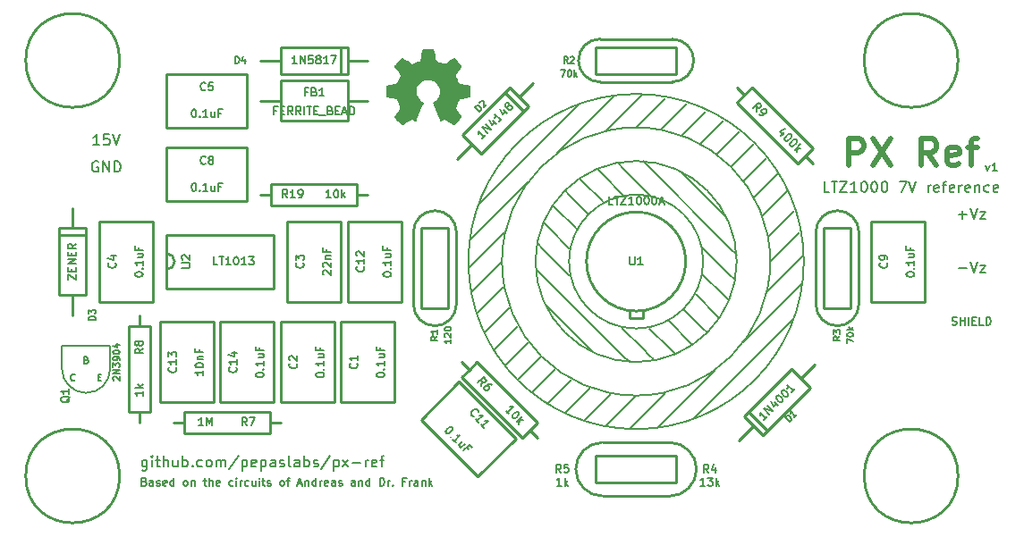
<source format=gto>
G04 (created by PCBNEW (22-Jun-2014 BZR 4027)-stable) date Wed 13 Dec 2017 11:48:00 PM CST*
%MOIN*%
G04 Gerber Fmt 3.4, Leading zero omitted, Abs format*
%FSLAX34Y34*%
G01*
G70*
G90*
G04 APERTURE LIST*
%ADD10C,0.00590551*%
%ADD11C,0.006*%
%ADD12C,0.008*%
%ADD13C,0.02*%
%ADD14C,0.00787402*%
%ADD15C,0.01*%
%ADD16C,0.0001*%
%ADD17C,0.005*%
G04 APERTURE END LIST*
G54D10*
G54D11*
X98714Y-60371D02*
X98542Y-60371D01*
X98628Y-60371D02*
X98628Y-60071D01*
X98600Y-60114D01*
X98571Y-60142D01*
X98542Y-60157D01*
X98842Y-60371D02*
X98842Y-60071D01*
X98871Y-60257D02*
X98957Y-60371D01*
X98957Y-60171D02*
X98842Y-60285D01*
X98700Y-59871D02*
X98600Y-59728D01*
X98528Y-59871D02*
X98528Y-59571D01*
X98642Y-59571D01*
X98671Y-59585D01*
X98685Y-59600D01*
X98700Y-59628D01*
X98700Y-59671D01*
X98685Y-59700D01*
X98671Y-59714D01*
X98642Y-59728D01*
X98528Y-59728D01*
X98971Y-59571D02*
X98828Y-59571D01*
X98814Y-59714D01*
X98828Y-59700D01*
X98857Y-59685D01*
X98928Y-59685D01*
X98957Y-59700D01*
X98971Y-59714D01*
X98985Y-59742D01*
X98985Y-59814D01*
X98971Y-59842D01*
X98957Y-59857D01*
X98928Y-59871D01*
X98857Y-59871D01*
X98828Y-59857D01*
X98814Y-59842D01*
G54D12*
X83266Y-59395D02*
X83266Y-59719D01*
X83247Y-59757D01*
X83228Y-59776D01*
X83190Y-59795D01*
X83133Y-59795D01*
X83095Y-59776D01*
X83266Y-59642D02*
X83228Y-59661D01*
X83152Y-59661D01*
X83114Y-59642D01*
X83095Y-59623D01*
X83076Y-59585D01*
X83076Y-59471D01*
X83095Y-59433D01*
X83114Y-59414D01*
X83152Y-59395D01*
X83228Y-59395D01*
X83266Y-59414D01*
X83457Y-59661D02*
X83457Y-59395D01*
X83457Y-59261D02*
X83438Y-59280D01*
X83457Y-59300D01*
X83476Y-59280D01*
X83457Y-59261D01*
X83457Y-59300D01*
X83590Y-59395D02*
X83742Y-59395D01*
X83647Y-59261D02*
X83647Y-59604D01*
X83666Y-59642D01*
X83704Y-59661D01*
X83742Y-59661D01*
X83876Y-59661D02*
X83876Y-59261D01*
X84047Y-59661D02*
X84047Y-59452D01*
X84028Y-59414D01*
X83990Y-59395D01*
X83933Y-59395D01*
X83895Y-59414D01*
X83876Y-59433D01*
X84409Y-59395D02*
X84409Y-59661D01*
X84238Y-59395D02*
X84238Y-59604D01*
X84257Y-59642D01*
X84295Y-59661D01*
X84352Y-59661D01*
X84390Y-59642D01*
X84409Y-59623D01*
X84600Y-59661D02*
X84600Y-59261D01*
X84600Y-59414D02*
X84638Y-59395D01*
X84714Y-59395D01*
X84752Y-59414D01*
X84771Y-59433D01*
X84790Y-59471D01*
X84790Y-59585D01*
X84771Y-59623D01*
X84752Y-59642D01*
X84714Y-59661D01*
X84638Y-59661D01*
X84600Y-59642D01*
X84961Y-59623D02*
X84980Y-59642D01*
X84961Y-59661D01*
X84942Y-59642D01*
X84961Y-59623D01*
X84961Y-59661D01*
X85323Y-59642D02*
X85285Y-59661D01*
X85209Y-59661D01*
X85171Y-59642D01*
X85152Y-59623D01*
X85133Y-59585D01*
X85133Y-59471D01*
X85152Y-59433D01*
X85171Y-59414D01*
X85209Y-59395D01*
X85285Y-59395D01*
X85323Y-59414D01*
X85552Y-59661D02*
X85514Y-59642D01*
X85495Y-59623D01*
X85476Y-59585D01*
X85476Y-59471D01*
X85495Y-59433D01*
X85514Y-59414D01*
X85552Y-59395D01*
X85609Y-59395D01*
X85647Y-59414D01*
X85666Y-59433D01*
X85685Y-59471D01*
X85685Y-59585D01*
X85666Y-59623D01*
X85647Y-59642D01*
X85609Y-59661D01*
X85552Y-59661D01*
X85857Y-59661D02*
X85857Y-59395D01*
X85857Y-59433D02*
X85876Y-59414D01*
X85914Y-59395D01*
X85971Y-59395D01*
X86009Y-59414D01*
X86028Y-59452D01*
X86028Y-59661D01*
X86028Y-59452D02*
X86047Y-59414D01*
X86085Y-59395D01*
X86142Y-59395D01*
X86180Y-59414D01*
X86200Y-59452D01*
X86200Y-59661D01*
X86676Y-59242D02*
X86333Y-59757D01*
X86809Y-59395D02*
X86809Y-59795D01*
X86809Y-59414D02*
X86847Y-59395D01*
X86923Y-59395D01*
X86961Y-59414D01*
X86980Y-59433D01*
X87000Y-59471D01*
X87000Y-59585D01*
X86980Y-59623D01*
X86961Y-59642D01*
X86923Y-59661D01*
X86847Y-59661D01*
X86809Y-59642D01*
X87323Y-59642D02*
X87285Y-59661D01*
X87209Y-59661D01*
X87171Y-59642D01*
X87152Y-59604D01*
X87152Y-59452D01*
X87171Y-59414D01*
X87209Y-59395D01*
X87285Y-59395D01*
X87323Y-59414D01*
X87342Y-59452D01*
X87342Y-59490D01*
X87152Y-59528D01*
X87514Y-59395D02*
X87514Y-59795D01*
X87514Y-59414D02*
X87552Y-59395D01*
X87628Y-59395D01*
X87666Y-59414D01*
X87685Y-59433D01*
X87704Y-59471D01*
X87704Y-59585D01*
X87685Y-59623D01*
X87666Y-59642D01*
X87628Y-59661D01*
X87552Y-59661D01*
X87514Y-59642D01*
X88047Y-59661D02*
X88047Y-59452D01*
X88028Y-59414D01*
X87990Y-59395D01*
X87914Y-59395D01*
X87876Y-59414D01*
X88047Y-59642D02*
X88009Y-59661D01*
X87914Y-59661D01*
X87876Y-59642D01*
X87857Y-59604D01*
X87857Y-59566D01*
X87876Y-59528D01*
X87914Y-59509D01*
X88009Y-59509D01*
X88047Y-59490D01*
X88219Y-59642D02*
X88257Y-59661D01*
X88333Y-59661D01*
X88371Y-59642D01*
X88390Y-59604D01*
X88390Y-59585D01*
X88371Y-59547D01*
X88333Y-59528D01*
X88276Y-59528D01*
X88238Y-59509D01*
X88219Y-59471D01*
X88219Y-59452D01*
X88238Y-59414D01*
X88276Y-59395D01*
X88333Y-59395D01*
X88371Y-59414D01*
X88619Y-59661D02*
X88580Y-59642D01*
X88561Y-59604D01*
X88561Y-59261D01*
X88942Y-59661D02*
X88942Y-59452D01*
X88923Y-59414D01*
X88885Y-59395D01*
X88809Y-59395D01*
X88771Y-59414D01*
X88942Y-59642D02*
X88904Y-59661D01*
X88809Y-59661D01*
X88771Y-59642D01*
X88752Y-59604D01*
X88752Y-59566D01*
X88771Y-59528D01*
X88809Y-59509D01*
X88904Y-59509D01*
X88942Y-59490D01*
X89133Y-59661D02*
X89133Y-59261D01*
X89133Y-59414D02*
X89171Y-59395D01*
X89247Y-59395D01*
X89285Y-59414D01*
X89304Y-59433D01*
X89323Y-59471D01*
X89323Y-59585D01*
X89304Y-59623D01*
X89285Y-59642D01*
X89247Y-59661D01*
X89171Y-59661D01*
X89133Y-59642D01*
X89476Y-59642D02*
X89514Y-59661D01*
X89590Y-59661D01*
X89628Y-59642D01*
X89647Y-59604D01*
X89647Y-59585D01*
X89628Y-59547D01*
X89590Y-59528D01*
X89533Y-59528D01*
X89495Y-59509D01*
X89476Y-59471D01*
X89476Y-59452D01*
X89495Y-59414D01*
X89533Y-59395D01*
X89590Y-59395D01*
X89628Y-59414D01*
X90104Y-59242D02*
X89761Y-59757D01*
X90238Y-59395D02*
X90238Y-59795D01*
X90238Y-59414D02*
X90276Y-59395D01*
X90352Y-59395D01*
X90390Y-59414D01*
X90409Y-59433D01*
X90428Y-59471D01*
X90428Y-59585D01*
X90409Y-59623D01*
X90390Y-59642D01*
X90352Y-59661D01*
X90276Y-59661D01*
X90238Y-59642D01*
X90561Y-59661D02*
X90771Y-59395D01*
X90561Y-59395D02*
X90771Y-59661D01*
X90923Y-59509D02*
X91228Y-59509D01*
X91419Y-59661D02*
X91419Y-59395D01*
X91419Y-59471D02*
X91438Y-59433D01*
X91457Y-59414D01*
X91495Y-59395D01*
X91533Y-59395D01*
X91819Y-59642D02*
X91780Y-59661D01*
X91704Y-59661D01*
X91666Y-59642D01*
X91647Y-59604D01*
X91647Y-59452D01*
X91666Y-59414D01*
X91704Y-59395D01*
X91780Y-59395D01*
X91819Y-59414D01*
X91838Y-59452D01*
X91838Y-59490D01*
X91647Y-59528D01*
X91952Y-59395D02*
X92104Y-59395D01*
X92009Y-59661D02*
X92009Y-59319D01*
X92028Y-59280D01*
X92066Y-59261D01*
X92104Y-59261D01*
G54D11*
X114535Y-48421D02*
X114607Y-48621D01*
X114678Y-48421D01*
X114950Y-48621D02*
X114778Y-48621D01*
X114864Y-48621D02*
X114864Y-48321D01*
X114835Y-48364D01*
X114807Y-48392D01*
X114778Y-48407D01*
G54D12*
X108702Y-49411D02*
X108511Y-49411D01*
X108511Y-49011D01*
X108778Y-49011D02*
X109007Y-49011D01*
X108892Y-49411D02*
X108892Y-49011D01*
X109102Y-49011D02*
X109369Y-49011D01*
X109102Y-49411D01*
X109369Y-49411D01*
X109730Y-49411D02*
X109502Y-49411D01*
X109616Y-49411D02*
X109616Y-49011D01*
X109578Y-49069D01*
X109540Y-49107D01*
X109502Y-49126D01*
X109978Y-49011D02*
X110016Y-49011D01*
X110054Y-49030D01*
X110073Y-49050D01*
X110092Y-49088D01*
X110111Y-49164D01*
X110111Y-49259D01*
X110092Y-49335D01*
X110073Y-49373D01*
X110054Y-49392D01*
X110016Y-49411D01*
X109978Y-49411D01*
X109940Y-49392D01*
X109921Y-49373D01*
X109902Y-49335D01*
X109883Y-49259D01*
X109883Y-49164D01*
X109902Y-49088D01*
X109921Y-49050D01*
X109940Y-49030D01*
X109978Y-49011D01*
X110359Y-49011D02*
X110397Y-49011D01*
X110435Y-49030D01*
X110454Y-49050D01*
X110473Y-49088D01*
X110492Y-49164D01*
X110492Y-49259D01*
X110473Y-49335D01*
X110454Y-49373D01*
X110435Y-49392D01*
X110397Y-49411D01*
X110359Y-49411D01*
X110321Y-49392D01*
X110302Y-49373D01*
X110283Y-49335D01*
X110264Y-49259D01*
X110264Y-49164D01*
X110283Y-49088D01*
X110302Y-49050D01*
X110321Y-49030D01*
X110359Y-49011D01*
X110740Y-49011D02*
X110778Y-49011D01*
X110816Y-49030D01*
X110835Y-49050D01*
X110854Y-49088D01*
X110873Y-49164D01*
X110873Y-49259D01*
X110854Y-49335D01*
X110835Y-49373D01*
X110816Y-49392D01*
X110778Y-49411D01*
X110740Y-49411D01*
X110702Y-49392D01*
X110683Y-49373D01*
X110664Y-49335D01*
X110645Y-49259D01*
X110645Y-49164D01*
X110664Y-49088D01*
X110683Y-49050D01*
X110702Y-49030D01*
X110740Y-49011D01*
X111311Y-49011D02*
X111578Y-49011D01*
X111407Y-49411D01*
X111673Y-49011D02*
X111807Y-49411D01*
X111940Y-49011D01*
X112378Y-49411D02*
X112378Y-49145D01*
X112378Y-49221D02*
X112397Y-49183D01*
X112416Y-49164D01*
X112454Y-49145D01*
X112492Y-49145D01*
X112778Y-49392D02*
X112740Y-49411D01*
X112664Y-49411D01*
X112626Y-49392D01*
X112607Y-49354D01*
X112607Y-49202D01*
X112626Y-49164D01*
X112664Y-49145D01*
X112740Y-49145D01*
X112778Y-49164D01*
X112797Y-49202D01*
X112797Y-49240D01*
X112607Y-49278D01*
X112911Y-49145D02*
X113064Y-49145D01*
X112969Y-49411D02*
X112969Y-49069D01*
X112988Y-49030D01*
X113026Y-49011D01*
X113064Y-49011D01*
X113349Y-49392D02*
X113311Y-49411D01*
X113235Y-49411D01*
X113197Y-49392D01*
X113178Y-49354D01*
X113178Y-49202D01*
X113197Y-49164D01*
X113235Y-49145D01*
X113311Y-49145D01*
X113349Y-49164D01*
X113369Y-49202D01*
X113369Y-49240D01*
X113178Y-49278D01*
X113540Y-49411D02*
X113540Y-49145D01*
X113540Y-49221D02*
X113559Y-49183D01*
X113578Y-49164D01*
X113616Y-49145D01*
X113654Y-49145D01*
X113940Y-49392D02*
X113902Y-49411D01*
X113826Y-49411D01*
X113788Y-49392D01*
X113769Y-49354D01*
X113769Y-49202D01*
X113788Y-49164D01*
X113826Y-49145D01*
X113902Y-49145D01*
X113940Y-49164D01*
X113959Y-49202D01*
X113959Y-49240D01*
X113769Y-49278D01*
X114130Y-49145D02*
X114130Y-49411D01*
X114130Y-49183D02*
X114149Y-49164D01*
X114188Y-49145D01*
X114245Y-49145D01*
X114283Y-49164D01*
X114302Y-49202D01*
X114302Y-49411D01*
X114664Y-49392D02*
X114626Y-49411D01*
X114549Y-49411D01*
X114511Y-49392D01*
X114492Y-49373D01*
X114473Y-49335D01*
X114473Y-49221D01*
X114492Y-49183D01*
X114511Y-49164D01*
X114549Y-49145D01*
X114626Y-49145D01*
X114664Y-49164D01*
X114988Y-49392D02*
X114949Y-49411D01*
X114873Y-49411D01*
X114835Y-49392D01*
X114816Y-49354D01*
X114816Y-49202D01*
X114835Y-49164D01*
X114873Y-49145D01*
X114949Y-49145D01*
X114988Y-49164D01*
X115007Y-49202D01*
X115007Y-49240D01*
X114816Y-49278D01*
G54D13*
X109416Y-48404D02*
X109416Y-47404D01*
X109797Y-47404D01*
X109892Y-47452D01*
X109940Y-47500D01*
X109988Y-47595D01*
X109988Y-47738D01*
X109940Y-47833D01*
X109892Y-47880D01*
X109797Y-47928D01*
X109416Y-47928D01*
X110321Y-47404D02*
X110988Y-48404D01*
X110988Y-47404D02*
X110321Y-48404D01*
X112702Y-48404D02*
X112369Y-47928D01*
X112130Y-48404D02*
X112130Y-47404D01*
X112511Y-47404D01*
X112607Y-47452D01*
X112654Y-47500D01*
X112702Y-47595D01*
X112702Y-47738D01*
X112654Y-47833D01*
X112607Y-47880D01*
X112511Y-47928D01*
X112130Y-47928D01*
X113511Y-48357D02*
X113416Y-48404D01*
X113226Y-48404D01*
X113130Y-48357D01*
X113083Y-48261D01*
X113083Y-47880D01*
X113130Y-47785D01*
X113226Y-47738D01*
X113416Y-47738D01*
X113511Y-47785D01*
X113559Y-47880D01*
X113559Y-47976D01*
X113083Y-48071D01*
X113845Y-47738D02*
X114226Y-47738D01*
X113988Y-48404D02*
X113988Y-47547D01*
X114035Y-47452D01*
X114130Y-47404D01*
X114226Y-47404D01*
G54D11*
X83171Y-60214D02*
X83214Y-60228D01*
X83228Y-60242D01*
X83242Y-60271D01*
X83242Y-60314D01*
X83228Y-60342D01*
X83214Y-60357D01*
X83185Y-60371D01*
X83071Y-60371D01*
X83071Y-60071D01*
X83171Y-60071D01*
X83200Y-60085D01*
X83214Y-60100D01*
X83228Y-60128D01*
X83228Y-60157D01*
X83214Y-60185D01*
X83200Y-60200D01*
X83171Y-60214D01*
X83071Y-60214D01*
X83500Y-60371D02*
X83500Y-60214D01*
X83485Y-60185D01*
X83457Y-60171D01*
X83400Y-60171D01*
X83371Y-60185D01*
X83500Y-60357D02*
X83471Y-60371D01*
X83400Y-60371D01*
X83371Y-60357D01*
X83357Y-60328D01*
X83357Y-60300D01*
X83371Y-60271D01*
X83400Y-60257D01*
X83471Y-60257D01*
X83500Y-60242D01*
X83628Y-60357D02*
X83657Y-60371D01*
X83714Y-60371D01*
X83742Y-60357D01*
X83757Y-60328D01*
X83757Y-60314D01*
X83742Y-60285D01*
X83714Y-60271D01*
X83671Y-60271D01*
X83642Y-60257D01*
X83628Y-60228D01*
X83628Y-60214D01*
X83642Y-60185D01*
X83671Y-60171D01*
X83714Y-60171D01*
X83742Y-60185D01*
X84000Y-60357D02*
X83971Y-60371D01*
X83914Y-60371D01*
X83885Y-60357D01*
X83871Y-60328D01*
X83871Y-60214D01*
X83885Y-60185D01*
X83914Y-60171D01*
X83971Y-60171D01*
X84000Y-60185D01*
X84014Y-60214D01*
X84014Y-60242D01*
X83871Y-60271D01*
X84271Y-60371D02*
X84271Y-60071D01*
X84271Y-60357D02*
X84242Y-60371D01*
X84185Y-60371D01*
X84157Y-60357D01*
X84142Y-60342D01*
X84128Y-60314D01*
X84128Y-60228D01*
X84142Y-60200D01*
X84157Y-60185D01*
X84185Y-60171D01*
X84242Y-60171D01*
X84271Y-60185D01*
X84685Y-60371D02*
X84657Y-60357D01*
X84642Y-60342D01*
X84628Y-60314D01*
X84628Y-60228D01*
X84642Y-60200D01*
X84657Y-60185D01*
X84685Y-60171D01*
X84728Y-60171D01*
X84757Y-60185D01*
X84771Y-60200D01*
X84785Y-60228D01*
X84785Y-60314D01*
X84771Y-60342D01*
X84757Y-60357D01*
X84728Y-60371D01*
X84685Y-60371D01*
X84914Y-60171D02*
X84914Y-60371D01*
X84914Y-60200D02*
X84928Y-60185D01*
X84957Y-60171D01*
X85000Y-60171D01*
X85028Y-60185D01*
X85042Y-60214D01*
X85042Y-60371D01*
X85371Y-60171D02*
X85485Y-60171D01*
X85414Y-60071D02*
X85414Y-60328D01*
X85428Y-60357D01*
X85457Y-60371D01*
X85485Y-60371D01*
X85585Y-60371D02*
X85585Y-60071D01*
X85714Y-60371D02*
X85714Y-60214D01*
X85700Y-60185D01*
X85671Y-60171D01*
X85628Y-60171D01*
X85600Y-60185D01*
X85585Y-60200D01*
X85971Y-60357D02*
X85942Y-60371D01*
X85885Y-60371D01*
X85857Y-60357D01*
X85842Y-60328D01*
X85842Y-60214D01*
X85857Y-60185D01*
X85885Y-60171D01*
X85942Y-60171D01*
X85971Y-60185D01*
X85985Y-60214D01*
X85985Y-60242D01*
X85842Y-60271D01*
X86471Y-60357D02*
X86442Y-60371D01*
X86385Y-60371D01*
X86357Y-60357D01*
X86342Y-60342D01*
X86328Y-60314D01*
X86328Y-60228D01*
X86342Y-60200D01*
X86357Y-60185D01*
X86385Y-60171D01*
X86442Y-60171D01*
X86471Y-60185D01*
X86600Y-60371D02*
X86600Y-60171D01*
X86600Y-60071D02*
X86585Y-60085D01*
X86600Y-60100D01*
X86614Y-60085D01*
X86600Y-60071D01*
X86600Y-60100D01*
X86742Y-60371D02*
X86742Y-60171D01*
X86742Y-60228D02*
X86757Y-60200D01*
X86771Y-60185D01*
X86800Y-60171D01*
X86828Y-60171D01*
X87057Y-60357D02*
X87028Y-60371D01*
X86971Y-60371D01*
X86942Y-60357D01*
X86928Y-60342D01*
X86914Y-60314D01*
X86914Y-60228D01*
X86928Y-60200D01*
X86942Y-60185D01*
X86971Y-60171D01*
X87028Y-60171D01*
X87057Y-60185D01*
X87314Y-60171D02*
X87314Y-60371D01*
X87185Y-60171D02*
X87185Y-60328D01*
X87200Y-60357D01*
X87228Y-60371D01*
X87271Y-60371D01*
X87300Y-60357D01*
X87314Y-60342D01*
X87457Y-60371D02*
X87457Y-60171D01*
X87457Y-60071D02*
X87442Y-60085D01*
X87457Y-60100D01*
X87471Y-60085D01*
X87457Y-60071D01*
X87457Y-60100D01*
X87557Y-60171D02*
X87671Y-60171D01*
X87600Y-60071D02*
X87600Y-60328D01*
X87614Y-60357D01*
X87642Y-60371D01*
X87671Y-60371D01*
X87757Y-60357D02*
X87785Y-60371D01*
X87842Y-60371D01*
X87871Y-60357D01*
X87885Y-60328D01*
X87885Y-60314D01*
X87871Y-60285D01*
X87842Y-60271D01*
X87800Y-60271D01*
X87771Y-60257D01*
X87757Y-60228D01*
X87757Y-60214D01*
X87771Y-60185D01*
X87800Y-60171D01*
X87842Y-60171D01*
X87871Y-60185D01*
X88285Y-60371D02*
X88257Y-60357D01*
X88242Y-60342D01*
X88228Y-60314D01*
X88228Y-60228D01*
X88242Y-60200D01*
X88257Y-60185D01*
X88285Y-60171D01*
X88328Y-60171D01*
X88357Y-60185D01*
X88371Y-60200D01*
X88385Y-60228D01*
X88385Y-60314D01*
X88371Y-60342D01*
X88357Y-60357D01*
X88328Y-60371D01*
X88285Y-60371D01*
X88471Y-60171D02*
X88585Y-60171D01*
X88514Y-60371D02*
X88514Y-60114D01*
X88528Y-60085D01*
X88557Y-60071D01*
X88585Y-60071D01*
X88900Y-60285D02*
X89042Y-60285D01*
X88871Y-60371D02*
X88971Y-60071D01*
X89071Y-60371D01*
X89171Y-60171D02*
X89171Y-60371D01*
X89171Y-60200D02*
X89185Y-60185D01*
X89214Y-60171D01*
X89257Y-60171D01*
X89285Y-60185D01*
X89300Y-60214D01*
X89300Y-60371D01*
X89571Y-60371D02*
X89571Y-60071D01*
X89571Y-60357D02*
X89542Y-60371D01*
X89485Y-60371D01*
X89457Y-60357D01*
X89442Y-60342D01*
X89428Y-60314D01*
X89428Y-60228D01*
X89442Y-60200D01*
X89457Y-60185D01*
X89485Y-60171D01*
X89542Y-60171D01*
X89571Y-60185D01*
X89714Y-60371D02*
X89714Y-60171D01*
X89714Y-60228D02*
X89728Y-60200D01*
X89742Y-60185D01*
X89771Y-60171D01*
X89800Y-60171D01*
X90014Y-60357D02*
X89985Y-60371D01*
X89928Y-60371D01*
X89900Y-60357D01*
X89885Y-60328D01*
X89885Y-60214D01*
X89900Y-60185D01*
X89928Y-60171D01*
X89985Y-60171D01*
X90014Y-60185D01*
X90028Y-60214D01*
X90028Y-60242D01*
X89885Y-60271D01*
X90285Y-60371D02*
X90285Y-60214D01*
X90271Y-60185D01*
X90242Y-60171D01*
X90185Y-60171D01*
X90157Y-60185D01*
X90285Y-60357D02*
X90257Y-60371D01*
X90185Y-60371D01*
X90157Y-60357D01*
X90142Y-60328D01*
X90142Y-60300D01*
X90157Y-60271D01*
X90185Y-60257D01*
X90257Y-60257D01*
X90285Y-60242D01*
X90414Y-60357D02*
X90442Y-60371D01*
X90500Y-60371D01*
X90528Y-60357D01*
X90542Y-60328D01*
X90542Y-60314D01*
X90528Y-60285D01*
X90500Y-60271D01*
X90457Y-60271D01*
X90428Y-60257D01*
X90414Y-60228D01*
X90414Y-60214D01*
X90428Y-60185D01*
X90457Y-60171D01*
X90500Y-60171D01*
X90528Y-60185D01*
X91028Y-60371D02*
X91028Y-60214D01*
X91014Y-60185D01*
X90985Y-60171D01*
X90928Y-60171D01*
X90900Y-60185D01*
X91028Y-60357D02*
X91000Y-60371D01*
X90928Y-60371D01*
X90900Y-60357D01*
X90885Y-60328D01*
X90885Y-60300D01*
X90900Y-60271D01*
X90928Y-60257D01*
X91000Y-60257D01*
X91028Y-60242D01*
X91171Y-60171D02*
X91171Y-60371D01*
X91171Y-60200D02*
X91185Y-60185D01*
X91214Y-60171D01*
X91257Y-60171D01*
X91285Y-60185D01*
X91300Y-60214D01*
X91300Y-60371D01*
X91571Y-60371D02*
X91571Y-60071D01*
X91571Y-60357D02*
X91542Y-60371D01*
X91485Y-60371D01*
X91457Y-60357D01*
X91442Y-60342D01*
X91428Y-60314D01*
X91428Y-60228D01*
X91442Y-60200D01*
X91457Y-60185D01*
X91485Y-60171D01*
X91542Y-60171D01*
X91571Y-60185D01*
X91942Y-60371D02*
X91942Y-60071D01*
X92014Y-60071D01*
X92057Y-60085D01*
X92085Y-60114D01*
X92100Y-60142D01*
X92114Y-60200D01*
X92114Y-60242D01*
X92100Y-60300D01*
X92085Y-60328D01*
X92057Y-60357D01*
X92014Y-60371D01*
X91942Y-60371D01*
X92242Y-60371D02*
X92242Y-60171D01*
X92242Y-60228D02*
X92257Y-60200D01*
X92271Y-60185D01*
X92300Y-60171D01*
X92328Y-60171D01*
X92428Y-60342D02*
X92442Y-60357D01*
X92428Y-60371D01*
X92414Y-60357D01*
X92428Y-60342D01*
X92428Y-60371D01*
X92900Y-60214D02*
X92800Y-60214D01*
X92800Y-60371D02*
X92800Y-60071D01*
X92942Y-60071D01*
X93057Y-60371D02*
X93057Y-60171D01*
X93057Y-60228D02*
X93071Y-60200D01*
X93085Y-60185D01*
X93114Y-60171D01*
X93142Y-60171D01*
X93371Y-60371D02*
X93371Y-60214D01*
X93357Y-60185D01*
X93328Y-60171D01*
X93271Y-60171D01*
X93242Y-60185D01*
X93371Y-60357D02*
X93342Y-60371D01*
X93271Y-60371D01*
X93242Y-60357D01*
X93228Y-60328D01*
X93228Y-60300D01*
X93242Y-60271D01*
X93271Y-60257D01*
X93342Y-60257D01*
X93371Y-60242D01*
X93514Y-60171D02*
X93514Y-60371D01*
X93514Y-60200D02*
X93528Y-60185D01*
X93557Y-60171D01*
X93600Y-60171D01*
X93628Y-60185D01*
X93642Y-60214D01*
X93642Y-60371D01*
X93785Y-60371D02*
X93785Y-60071D01*
X93814Y-60257D02*
X93900Y-60371D01*
X93900Y-60171D02*
X93785Y-60285D01*
G54D14*
X100250Y-49750D02*
X100300Y-49800D01*
X99500Y-49000D02*
X99400Y-48900D01*
X100250Y-48750D02*
X100050Y-48550D01*
X101000Y-49500D02*
X101050Y-49550D01*
X101000Y-48500D02*
X100850Y-48350D01*
X102000Y-49500D02*
X102050Y-49550D01*
X103250Y-48750D02*
X103150Y-48650D01*
X104750Y-50250D02*
X104850Y-50350D01*
X105000Y-51500D02*
X105250Y-51750D01*
X104000Y-51500D02*
X103950Y-51450D01*
X105000Y-52500D02*
X105150Y-52650D01*
X104000Y-52500D02*
X103950Y-52450D01*
X104750Y-53250D02*
X104950Y-53450D01*
X103750Y-53250D02*
X103700Y-53200D01*
X104500Y-54000D02*
X104600Y-54100D01*
X103500Y-54000D02*
X103300Y-53800D01*
X104000Y-54500D02*
X104150Y-54650D01*
X102750Y-54250D02*
X102700Y-54200D01*
X103500Y-55000D02*
X103600Y-55100D01*
X102750Y-55250D02*
X102950Y-55450D01*
X101000Y-54500D02*
X100950Y-54450D01*
X102000Y-55500D02*
X102150Y-55650D01*
X101000Y-55500D02*
X101250Y-55750D01*
X99750Y-55250D02*
X99850Y-55350D01*
X98250Y-53750D02*
X98150Y-53650D01*
X98000Y-52500D02*
X97800Y-52300D01*
X99000Y-52500D02*
X99050Y-52550D01*
X98000Y-51500D02*
X97850Y-51350D01*
X98250Y-50750D02*
X98050Y-50550D01*
X99000Y-49500D02*
X98850Y-49350D01*
X99500Y-50000D02*
X99700Y-50200D01*
X99250Y-50750D02*
X99300Y-50800D01*
X98500Y-50000D02*
X98400Y-49900D01*
X96500Y-51000D02*
X96600Y-50900D01*
X96500Y-53000D02*
X96550Y-52950D01*
X96750Y-53750D02*
X96800Y-53700D01*
X97000Y-54500D02*
X97100Y-54400D01*
X97750Y-55750D02*
X97950Y-55550D01*
X99000Y-56500D02*
X99100Y-56400D01*
X99750Y-56750D02*
X99800Y-56700D01*
X100500Y-57000D02*
X100550Y-56950D01*
X102500Y-57000D02*
X102600Y-56900D01*
X104250Y-56250D02*
X104450Y-56050D01*
X106500Y-53000D02*
X106400Y-53100D01*
X106500Y-51000D02*
X106450Y-51050D01*
X106250Y-50250D02*
X106200Y-50300D01*
X106000Y-49500D02*
X105900Y-49600D01*
X105750Y-48750D02*
X105500Y-49000D01*
X105250Y-48250D02*
X105050Y-48450D01*
X104000Y-47500D02*
X103900Y-47600D01*
X103250Y-47250D02*
X103200Y-47300D01*
X102500Y-47000D02*
X102450Y-47050D01*
X100500Y-47000D02*
X100400Y-47100D01*
X97250Y-49250D02*
X97500Y-49000D01*
X98750Y-47750D02*
X98550Y-47950D01*
X95750Y-49750D02*
X95650Y-49850D01*
X95500Y-51000D02*
X95300Y-51200D01*
X95500Y-53000D02*
X95400Y-53100D01*
X95750Y-53750D02*
X95600Y-53900D01*
X96000Y-54500D02*
X95850Y-54650D01*
X96250Y-55250D02*
X96200Y-55300D01*
X96750Y-55750D02*
X96650Y-55850D01*
X97250Y-56250D02*
X97100Y-56400D01*
X97750Y-56750D02*
X97650Y-56850D01*
X98250Y-57250D02*
X98200Y-57300D01*
X99000Y-57500D02*
X98850Y-57650D01*
X99750Y-57750D02*
X99600Y-57900D01*
X100500Y-58000D02*
X100400Y-58100D01*
X102500Y-58000D02*
X102300Y-58200D01*
X103750Y-57750D02*
X103650Y-57850D01*
X107250Y-54250D02*
X107350Y-54150D01*
X107500Y-53000D02*
X107700Y-52800D01*
X107500Y-52000D02*
X107750Y-51750D01*
X107500Y-51000D02*
X107600Y-50900D01*
X107250Y-50250D02*
X107400Y-50100D01*
X107000Y-49500D02*
X107150Y-49350D01*
X106750Y-48750D02*
X106800Y-48700D01*
X106250Y-48250D02*
X106350Y-48150D01*
X105750Y-47750D02*
X105900Y-47600D01*
X105250Y-47250D02*
X105350Y-47150D01*
X104000Y-46500D02*
X104100Y-46400D01*
X103250Y-46250D02*
X103400Y-46100D01*
X102500Y-46000D02*
X102600Y-45900D01*
X100500Y-46000D02*
X100700Y-45800D01*
X99250Y-46250D02*
X99350Y-46150D01*
X101750Y-55250D02*
X102000Y-55500D01*
X101750Y-55250D02*
X101000Y-54500D01*
X102000Y-54500D02*
X102750Y-55250D01*
X102750Y-54250D02*
X103500Y-55000D01*
X103500Y-54000D02*
X104000Y-54500D01*
X103750Y-53250D02*
X104500Y-54000D01*
X104000Y-52500D02*
X104750Y-53250D01*
X104000Y-51500D02*
X105000Y-52500D01*
X103250Y-48750D02*
X104750Y-50250D01*
X101750Y-48250D02*
X105000Y-51500D01*
X101000Y-48500D02*
X102000Y-49500D01*
X101000Y-49500D02*
X100250Y-48750D01*
X100250Y-49750D02*
X99500Y-49000D01*
X99500Y-50000D02*
X99000Y-49500D01*
X99250Y-50750D02*
X98500Y-50000D01*
X99000Y-51500D02*
X98250Y-50750D01*
X99000Y-52500D02*
X98000Y-51500D01*
X98250Y-53750D02*
X99750Y-55250D01*
X98000Y-52500D02*
X101000Y-55500D01*
X95500Y-51000D02*
X97250Y-49250D01*
X95250Y-52250D02*
X96500Y-51000D01*
X95500Y-53000D02*
X96500Y-52000D01*
X95750Y-53750D02*
X96500Y-53000D01*
X96000Y-54500D02*
X96750Y-53750D01*
X96250Y-55250D02*
X97000Y-54500D01*
X96750Y-55750D02*
X97500Y-55000D01*
X97250Y-56250D02*
X97750Y-55750D01*
X97750Y-56750D02*
X98500Y-56000D01*
X98250Y-57250D02*
X99000Y-56500D01*
X99000Y-57500D02*
X99750Y-56750D01*
X99750Y-57750D02*
X100500Y-57000D01*
X100500Y-58000D02*
X101500Y-57000D01*
X101250Y-58250D02*
X102500Y-57000D01*
X102500Y-58000D02*
X104250Y-56250D01*
X107250Y-54250D02*
X103750Y-57750D01*
X107500Y-53000D02*
X105500Y-55000D01*
X107500Y-52000D02*
X106500Y-53000D01*
X107500Y-51000D02*
X106500Y-52000D01*
X107250Y-50250D02*
X106500Y-51000D01*
X107000Y-49500D02*
X106250Y-50250D01*
X106750Y-48750D02*
X106000Y-49500D01*
X106250Y-48250D02*
X105750Y-48750D01*
X105750Y-47750D02*
X105250Y-48250D01*
X104500Y-48000D02*
X105250Y-47250D01*
X104000Y-47500D02*
X104750Y-46750D01*
X103250Y-47250D02*
X104000Y-46500D01*
X102500Y-47000D02*
X103250Y-46250D01*
X101500Y-47000D02*
X102500Y-46000D01*
X100500Y-47000D02*
X101750Y-45750D01*
X98750Y-47750D02*
X100500Y-46000D01*
X97500Y-48000D02*
X95750Y-49750D01*
X97500Y-48000D02*
X99250Y-46250D01*
G54D12*
X81445Y-48280D02*
X81407Y-48261D01*
X81350Y-48261D01*
X81292Y-48280D01*
X81254Y-48319D01*
X81235Y-48357D01*
X81216Y-48433D01*
X81216Y-48490D01*
X81235Y-48566D01*
X81254Y-48604D01*
X81292Y-48642D01*
X81350Y-48661D01*
X81388Y-48661D01*
X81445Y-48642D01*
X81464Y-48623D01*
X81464Y-48490D01*
X81388Y-48490D01*
X81635Y-48661D02*
X81635Y-48261D01*
X81864Y-48661D01*
X81864Y-48261D01*
X82054Y-48661D02*
X82054Y-48261D01*
X82150Y-48261D01*
X82207Y-48280D01*
X82245Y-48319D01*
X82264Y-48357D01*
X82283Y-48433D01*
X82283Y-48490D01*
X82264Y-48566D01*
X82245Y-48604D01*
X82207Y-48642D01*
X82150Y-48661D01*
X82054Y-48661D01*
X81502Y-47661D02*
X81273Y-47661D01*
X81388Y-47661D02*
X81388Y-47261D01*
X81350Y-47319D01*
X81311Y-47357D01*
X81273Y-47376D01*
X81864Y-47261D02*
X81673Y-47261D01*
X81654Y-47452D01*
X81673Y-47433D01*
X81711Y-47414D01*
X81807Y-47414D01*
X81845Y-47433D01*
X81864Y-47452D01*
X81883Y-47490D01*
X81883Y-47585D01*
X81864Y-47623D01*
X81845Y-47642D01*
X81807Y-47661D01*
X81711Y-47661D01*
X81673Y-47642D01*
X81654Y-47623D01*
X81997Y-47261D02*
X82130Y-47661D01*
X82264Y-47261D01*
G54D11*
X113278Y-54357D02*
X113321Y-54371D01*
X113392Y-54371D01*
X113421Y-54357D01*
X113435Y-54342D01*
X113450Y-54314D01*
X113450Y-54285D01*
X113435Y-54257D01*
X113421Y-54242D01*
X113392Y-54228D01*
X113335Y-54214D01*
X113307Y-54200D01*
X113292Y-54185D01*
X113278Y-54157D01*
X113278Y-54128D01*
X113292Y-54100D01*
X113307Y-54085D01*
X113335Y-54071D01*
X113407Y-54071D01*
X113450Y-54085D01*
X113578Y-54371D02*
X113578Y-54071D01*
X113578Y-54214D02*
X113750Y-54214D01*
X113750Y-54371D02*
X113750Y-54071D01*
X113892Y-54371D02*
X113892Y-54071D01*
X114035Y-54214D02*
X114135Y-54214D01*
X114178Y-54371D02*
X114035Y-54371D01*
X114035Y-54071D01*
X114178Y-54071D01*
X114450Y-54371D02*
X114307Y-54371D01*
X114307Y-54071D01*
X114550Y-54371D02*
X114550Y-54071D01*
X114621Y-54071D01*
X114664Y-54085D01*
X114692Y-54114D01*
X114707Y-54142D01*
X114721Y-54200D01*
X114721Y-54242D01*
X114707Y-54300D01*
X114692Y-54328D01*
X114664Y-54357D01*
X114621Y-54371D01*
X114550Y-54371D01*
G54D12*
X113514Y-52259D02*
X113819Y-52259D01*
X113952Y-52011D02*
X114085Y-52411D01*
X114219Y-52011D01*
X114314Y-52145D02*
X114523Y-52145D01*
X114314Y-52411D01*
X114523Y-52411D01*
X113514Y-50259D02*
X113819Y-50259D01*
X113666Y-50411D02*
X113666Y-50107D01*
X113952Y-50011D02*
X114085Y-50411D01*
X114219Y-50011D01*
X114314Y-50145D02*
X114523Y-50145D01*
X114314Y-50411D01*
X114523Y-50411D01*
G54D11*
X104071Y-60371D02*
X103900Y-60371D01*
X103985Y-60371D02*
X103985Y-60071D01*
X103957Y-60114D01*
X103928Y-60142D01*
X103900Y-60157D01*
X104171Y-60071D02*
X104357Y-60071D01*
X104257Y-60185D01*
X104300Y-60185D01*
X104328Y-60200D01*
X104342Y-60214D01*
X104357Y-60242D01*
X104357Y-60314D01*
X104342Y-60342D01*
X104328Y-60357D01*
X104300Y-60371D01*
X104214Y-60371D01*
X104185Y-60357D01*
X104171Y-60342D01*
X104485Y-60371D02*
X104485Y-60071D01*
X104514Y-60257D02*
X104600Y-60371D01*
X104600Y-60171D02*
X104485Y-60285D01*
X104200Y-59871D02*
X104100Y-59728D01*
X104028Y-59871D02*
X104028Y-59571D01*
X104142Y-59571D01*
X104171Y-59585D01*
X104185Y-59600D01*
X104200Y-59628D01*
X104200Y-59671D01*
X104185Y-59700D01*
X104171Y-59714D01*
X104142Y-59728D01*
X104028Y-59728D01*
X104457Y-59671D02*
X104457Y-59871D01*
X104385Y-59557D02*
X104314Y-59771D01*
X104500Y-59771D01*
G54D14*
X107750Y-52000D02*
G75*
G03X107750Y-52000I-6250J0D01*
G74*
G01*
X106500Y-52000D02*
G75*
G03X106500Y-52000I-5000J0D01*
G74*
G01*
X105250Y-52000D02*
G75*
G03X105250Y-52000I-3750J0D01*
G74*
G01*
X104000Y-52000D02*
G75*
G03X104000Y-52000I-2500J0D01*
G74*
G01*
G54D10*
X81900Y-56000D02*
X81900Y-55150D01*
X81900Y-55150D02*
X80100Y-55150D01*
X80100Y-55150D02*
X80100Y-56000D01*
X80100Y-56000D02*
G75*
G03X81000Y-56900I900J0D01*
G74*
G01*
X81000Y-56900D02*
G75*
G03X81900Y-56000I0J900D01*
G74*
G01*
G54D15*
X83000Y-54000D02*
X83000Y-54400D01*
X83000Y-54400D02*
X83400Y-54400D01*
X83400Y-54400D02*
X83400Y-57600D01*
X83400Y-57600D02*
X82600Y-57600D01*
X82600Y-57600D02*
X82600Y-54400D01*
X82600Y-54400D02*
X83000Y-54400D01*
X83000Y-58000D02*
X83000Y-57600D01*
X88250Y-58000D02*
X87850Y-58000D01*
X87850Y-58000D02*
X87850Y-58400D01*
X87850Y-58400D02*
X84650Y-58400D01*
X84650Y-58400D02*
X84650Y-57600D01*
X84650Y-57600D02*
X87850Y-57600D01*
X87850Y-57600D02*
X87850Y-58000D01*
X84250Y-58000D02*
X84650Y-58000D01*
X95000Y-55750D02*
X95282Y-56032D01*
X95282Y-56032D02*
X95565Y-55750D01*
X95565Y-55750D02*
X97828Y-58012D01*
X97828Y-58012D02*
X97262Y-58578D01*
X97262Y-58578D02*
X95000Y-56315D01*
X95000Y-56315D02*
X95282Y-56032D01*
X97828Y-58578D02*
X97545Y-58295D01*
X105250Y-45500D02*
X105532Y-45782D01*
X105532Y-45782D02*
X105815Y-45500D01*
X105815Y-45500D02*
X108078Y-47762D01*
X108078Y-47762D02*
X107512Y-48328D01*
X107512Y-48328D02*
X105250Y-46065D01*
X105250Y-46065D02*
X105532Y-45782D01*
X108078Y-48328D02*
X107795Y-48045D01*
X87500Y-49500D02*
X87900Y-49500D01*
X87900Y-49500D02*
X87900Y-49100D01*
X87900Y-49100D02*
X91100Y-49100D01*
X91100Y-49100D02*
X91100Y-49900D01*
X91100Y-49900D02*
X87900Y-49900D01*
X87900Y-49900D02*
X87900Y-49500D01*
X91500Y-49500D02*
X91100Y-49500D01*
X80500Y-54000D02*
X80500Y-53250D01*
X80500Y-50750D02*
X80500Y-50000D01*
X80000Y-51000D02*
X81000Y-51000D01*
X81000Y-53250D02*
X81000Y-50750D01*
X80000Y-53250D02*
X81000Y-53250D01*
X80000Y-50750D02*
X81000Y-50750D01*
X80000Y-53250D02*
X80000Y-50750D01*
X108164Y-55835D02*
X107633Y-56366D01*
X105866Y-58133D02*
X105335Y-58664D01*
X106396Y-58310D02*
X105689Y-57603D01*
X107280Y-56012D02*
X105512Y-57780D01*
X107987Y-56719D02*
X107280Y-56012D01*
X106219Y-58487D02*
X105512Y-57780D01*
X107987Y-56719D02*
X106219Y-58487D01*
X94835Y-48164D02*
X95366Y-47633D01*
X97133Y-45866D02*
X97664Y-45335D01*
X96603Y-45689D02*
X97310Y-46396D01*
X95719Y-47987D02*
X97487Y-46219D01*
X95012Y-47280D02*
X95719Y-47987D01*
X96780Y-45512D02*
X97487Y-46219D01*
X95012Y-47280D02*
X96780Y-45512D01*
X87500Y-44500D02*
X88250Y-44500D01*
X90750Y-44500D02*
X91500Y-44500D01*
X90500Y-44000D02*
X90500Y-45000D01*
X88250Y-45000D02*
X90750Y-45000D01*
X88250Y-44000D02*
X88250Y-45000D01*
X90750Y-44000D02*
X90750Y-45000D01*
X88250Y-44000D02*
X90750Y-44000D01*
X88000Y-57250D02*
X86000Y-57250D01*
X86000Y-57250D02*
X86000Y-54250D01*
X86000Y-54250D02*
X88000Y-54250D01*
X88000Y-54250D02*
X88000Y-57250D01*
X90500Y-54250D02*
X92500Y-54250D01*
X92500Y-54250D02*
X92500Y-57250D01*
X92500Y-57250D02*
X90500Y-57250D01*
X90500Y-57250D02*
X90500Y-54250D01*
X83500Y-53500D02*
X81500Y-53500D01*
X81500Y-53500D02*
X81500Y-50500D01*
X81500Y-50500D02*
X83500Y-50500D01*
X83500Y-50500D02*
X83500Y-53500D01*
X112250Y-53500D02*
X110250Y-53500D01*
X110250Y-53500D02*
X110250Y-50500D01*
X110250Y-50500D02*
X112250Y-50500D01*
X112250Y-50500D02*
X112250Y-53500D01*
X83750Y-54250D02*
X85750Y-54250D01*
X85750Y-54250D02*
X85750Y-57250D01*
X85750Y-57250D02*
X83750Y-57250D01*
X83750Y-57250D02*
X83750Y-54250D01*
X87000Y-47750D02*
X87000Y-49750D01*
X87000Y-49750D02*
X84000Y-49750D01*
X84000Y-49750D02*
X84000Y-47750D01*
X84000Y-47750D02*
X87000Y-47750D01*
X93482Y-57896D02*
X94896Y-56482D01*
X94896Y-56482D02*
X97017Y-58603D01*
X97017Y-58603D02*
X95603Y-60017D01*
X95603Y-60017D02*
X93482Y-57896D01*
X90500Y-53500D02*
X88500Y-53500D01*
X88500Y-53500D02*
X88500Y-50500D01*
X88500Y-50500D02*
X90500Y-50500D01*
X90500Y-50500D02*
X90500Y-53500D01*
X92750Y-53500D02*
X90750Y-53500D01*
X90750Y-53500D02*
X90750Y-50500D01*
X90750Y-50500D02*
X92750Y-50500D01*
X92750Y-50500D02*
X92750Y-53500D01*
X90250Y-57250D02*
X88250Y-57250D01*
X88250Y-57250D02*
X88250Y-54250D01*
X88250Y-54250D02*
X90250Y-54250D01*
X90250Y-54250D02*
X90250Y-57250D01*
X103350Y-52000D02*
G75*
G03X103350Y-52000I-1850J0D01*
G74*
G01*
X101250Y-54100D02*
X101250Y-53850D01*
X101750Y-54100D02*
X101750Y-53850D01*
X101750Y-54100D02*
X101250Y-54100D01*
X84300Y-52000D02*
G75*
G03X84000Y-51700I-300J0D01*
G74*
G01*
X84000Y-52300D02*
G75*
G03X84300Y-52000I0J300D01*
G74*
G01*
X84000Y-51000D02*
X88000Y-51000D01*
X88000Y-51000D02*
X88000Y-53000D01*
X88000Y-53000D02*
X84000Y-53000D01*
X84000Y-53000D02*
X84000Y-51000D01*
X82250Y-44500D02*
G75*
G03X82250Y-44500I-1750J0D01*
G74*
G01*
X113500Y-44500D02*
G75*
G03X113500Y-44500I-1750J0D01*
G74*
G01*
X113500Y-60000D02*
G75*
G03X113500Y-60000I-1750J0D01*
G74*
G01*
X82250Y-60000D02*
G75*
G03X82250Y-60000I-1750J0D01*
G74*
G01*
G54D16*
G36*
X92796Y-46914D02*
X92812Y-46906D01*
X92849Y-46883D01*
X92902Y-46848D01*
X92964Y-46807D01*
X93026Y-46764D01*
X93077Y-46730D01*
X93113Y-46707D01*
X93128Y-46699D01*
X93136Y-46701D01*
X93166Y-46716D01*
X93209Y-46738D01*
X93234Y-46751D01*
X93273Y-46768D01*
X93293Y-46772D01*
X93296Y-46766D01*
X93311Y-46736D01*
X93333Y-46684D01*
X93363Y-46616D01*
X93397Y-46536D01*
X93434Y-46450D01*
X93470Y-46362D01*
X93505Y-46278D01*
X93536Y-46203D01*
X93561Y-46142D01*
X93577Y-46099D01*
X93583Y-46081D01*
X93581Y-46077D01*
X93561Y-46058D01*
X93527Y-46032D01*
X93452Y-45971D01*
X93379Y-45879D01*
X93334Y-45775D01*
X93319Y-45659D01*
X93332Y-45552D01*
X93374Y-45449D01*
X93446Y-45356D01*
X93533Y-45287D01*
X93635Y-45243D01*
X93750Y-45229D01*
X93860Y-45241D01*
X93965Y-45283D01*
X94058Y-45354D01*
X94097Y-45399D01*
X94151Y-45493D01*
X94182Y-45594D01*
X94185Y-45619D01*
X94181Y-45730D01*
X94148Y-45836D01*
X94090Y-45931D01*
X94009Y-46008D01*
X93998Y-46016D01*
X93961Y-46044D01*
X93936Y-46063D01*
X93916Y-46079D01*
X94057Y-46418D01*
X94079Y-46472D01*
X94118Y-46565D01*
X94152Y-46645D01*
X94179Y-46708D01*
X94198Y-46751D01*
X94206Y-46768D01*
X94207Y-46769D01*
X94219Y-46771D01*
X94245Y-46761D01*
X94292Y-46738D01*
X94324Y-46722D01*
X94360Y-46705D01*
X94376Y-46699D01*
X94390Y-46706D01*
X94424Y-46729D01*
X94475Y-46762D01*
X94535Y-46803D01*
X94593Y-46843D01*
X94646Y-46878D01*
X94685Y-46902D01*
X94704Y-46913D01*
X94707Y-46913D01*
X94723Y-46903D01*
X94754Y-46878D01*
X94800Y-46834D01*
X94865Y-46770D01*
X94875Y-46760D01*
X94929Y-46705D01*
X94973Y-46659D01*
X95002Y-46627D01*
X95012Y-46612D01*
X95012Y-46612D01*
X95003Y-46593D01*
X94978Y-46555D01*
X94943Y-46501D01*
X94900Y-46438D01*
X94788Y-46275D01*
X94850Y-46121D01*
X94869Y-46074D01*
X94893Y-46017D01*
X94910Y-45976D01*
X94920Y-45958D01*
X94936Y-45952D01*
X94979Y-45942D01*
X95040Y-45929D01*
X95112Y-45916D01*
X95182Y-45903D01*
X95245Y-45891D01*
X95290Y-45882D01*
X95310Y-45878D01*
X95315Y-45875D01*
X95319Y-45865D01*
X95322Y-45844D01*
X95323Y-45806D01*
X95324Y-45746D01*
X95324Y-45659D01*
X95324Y-45650D01*
X95323Y-45567D01*
X95322Y-45501D01*
X95320Y-45458D01*
X95317Y-45441D01*
X95317Y-45441D01*
X95297Y-45436D01*
X95253Y-45427D01*
X95190Y-45414D01*
X95115Y-45400D01*
X95111Y-45399D01*
X95036Y-45385D01*
X94974Y-45372D01*
X94930Y-45362D01*
X94912Y-45356D01*
X94908Y-45351D01*
X94893Y-45322D01*
X94871Y-45276D01*
X94847Y-45219D01*
X94822Y-45161D01*
X94801Y-45108D01*
X94787Y-45069D01*
X94783Y-45051D01*
X94783Y-45051D01*
X94794Y-45033D01*
X94820Y-44994D01*
X94856Y-44941D01*
X94900Y-44877D01*
X94903Y-44872D01*
X94946Y-44809D01*
X94981Y-44756D01*
X95004Y-44718D01*
X95012Y-44701D01*
X95012Y-44700D01*
X94998Y-44681D01*
X94966Y-44646D01*
X94920Y-44598D01*
X94865Y-44542D01*
X94847Y-44525D01*
X94786Y-44465D01*
X94744Y-44426D01*
X94717Y-44405D01*
X94704Y-44400D01*
X94704Y-44401D01*
X94685Y-44412D01*
X94645Y-44438D01*
X94591Y-44475D01*
X94527Y-44518D01*
X94523Y-44521D01*
X94460Y-44564D01*
X94408Y-44599D01*
X94370Y-44624D01*
X94354Y-44634D01*
X94351Y-44634D01*
X94326Y-44626D01*
X94281Y-44611D01*
X94226Y-44589D01*
X94168Y-44566D01*
X94115Y-44544D01*
X94075Y-44525D01*
X94056Y-44515D01*
X94056Y-44514D01*
X94049Y-44491D01*
X94038Y-44444D01*
X94025Y-44379D01*
X94010Y-44302D01*
X94008Y-44290D01*
X93994Y-44215D01*
X93982Y-44153D01*
X93973Y-44110D01*
X93968Y-44092D01*
X93958Y-44090D01*
X93921Y-44087D01*
X93865Y-44086D01*
X93797Y-44085D01*
X93726Y-44086D01*
X93657Y-44087D01*
X93597Y-44089D01*
X93555Y-44092D01*
X93537Y-44096D01*
X93536Y-44097D01*
X93530Y-44120D01*
X93520Y-44167D01*
X93506Y-44232D01*
X93491Y-44310D01*
X93489Y-44323D01*
X93475Y-44398D01*
X93462Y-44459D01*
X93453Y-44502D01*
X93448Y-44518D01*
X93442Y-44522D01*
X93411Y-44535D01*
X93361Y-44556D01*
X93298Y-44581D01*
X93154Y-44640D01*
X92978Y-44518D01*
X92961Y-44507D01*
X92898Y-44464D01*
X92845Y-44429D01*
X92809Y-44406D01*
X92794Y-44397D01*
X92793Y-44398D01*
X92775Y-44413D01*
X92740Y-44446D01*
X92692Y-44493D01*
X92637Y-44548D01*
X92596Y-44589D01*
X92547Y-44639D01*
X92516Y-44672D01*
X92499Y-44694D01*
X92493Y-44707D01*
X92495Y-44715D01*
X92506Y-44733D01*
X92532Y-44772D01*
X92568Y-44826D01*
X92611Y-44888D01*
X92647Y-44941D01*
X92685Y-45000D01*
X92710Y-45042D01*
X92719Y-45063D01*
X92717Y-45072D01*
X92704Y-45106D01*
X92683Y-45159D01*
X92657Y-45221D01*
X92595Y-45361D01*
X92503Y-45378D01*
X92448Y-45389D01*
X92370Y-45404D01*
X92296Y-45418D01*
X92180Y-45441D01*
X92176Y-45867D01*
X92194Y-45875D01*
X92211Y-45880D01*
X92254Y-45889D01*
X92315Y-45901D01*
X92388Y-45915D01*
X92449Y-45927D01*
X92512Y-45938D01*
X92556Y-45947D01*
X92576Y-45951D01*
X92581Y-45958D01*
X92597Y-45988D01*
X92619Y-46036D01*
X92643Y-46094D01*
X92668Y-46153D01*
X92690Y-46208D01*
X92706Y-46250D01*
X92711Y-46272D01*
X92703Y-46289D01*
X92679Y-46325D01*
X92645Y-46377D01*
X92603Y-46439D01*
X92560Y-46501D01*
X92525Y-46554D01*
X92500Y-46592D01*
X92490Y-46609D01*
X92495Y-46621D01*
X92519Y-46651D01*
X92566Y-46699D01*
X92635Y-46768D01*
X92647Y-46779D01*
X92702Y-46832D01*
X92749Y-46875D01*
X92781Y-46904D01*
X92796Y-46914D01*
X92796Y-46914D01*
G37*
G54D15*
X88250Y-46750D02*
X90750Y-46750D01*
X88250Y-45250D02*
X90750Y-45250D01*
X88250Y-46000D02*
X88250Y-45250D01*
X90750Y-45250D02*
X90750Y-46750D01*
X88250Y-46750D02*
X88250Y-46000D01*
X91500Y-46000D02*
X90750Y-46000D01*
X87500Y-46000D02*
X88250Y-46000D01*
X84000Y-47000D02*
X84000Y-45000D01*
X84000Y-45000D02*
X87000Y-45000D01*
X87000Y-45000D02*
X87000Y-47000D01*
X87000Y-47000D02*
X84000Y-47000D01*
X103000Y-60250D02*
X100000Y-60250D01*
X100000Y-60250D02*
X100000Y-59250D01*
X100000Y-59250D02*
X103000Y-59250D01*
X103000Y-59250D02*
X103000Y-60250D01*
X102750Y-58750D02*
X100250Y-58750D01*
X102750Y-60750D02*
X100250Y-60750D01*
X100250Y-58750D02*
G75*
G03X99250Y-59750I0J-1000D01*
G74*
G01*
X99250Y-59750D02*
G75*
G03X100250Y-60750I1000J0D01*
G74*
G01*
X102750Y-60750D02*
G75*
G03X103750Y-59750I0J1000D01*
G74*
G01*
X103750Y-59750D02*
G75*
G03X102750Y-58750I-1000J0D01*
G74*
G01*
X100150Y-43700D02*
X102850Y-43700D01*
X102850Y-45300D02*
X100150Y-45300D01*
X102850Y-45300D02*
G75*
G03X103650Y-44500I0J800D01*
G74*
G01*
X103650Y-44500D02*
G75*
G03X102850Y-43700I-800J0D01*
G74*
G01*
X99350Y-44500D02*
G75*
G03X100150Y-45300I800J0D01*
G74*
G01*
X100150Y-43700D02*
G75*
G03X99350Y-44500I0J-800D01*
G74*
G01*
X103000Y-45000D02*
X100000Y-45000D01*
X100000Y-45000D02*
X100000Y-44000D01*
X100000Y-44000D02*
X103000Y-44000D01*
X103000Y-44000D02*
X103000Y-45000D01*
X108200Y-53600D02*
X108200Y-50900D01*
X109800Y-50900D02*
X109800Y-53600D01*
X109800Y-50900D02*
G75*
G03X109000Y-50100I-800J0D01*
G74*
G01*
X109000Y-50100D02*
G75*
G03X108200Y-50900I0J-800D01*
G74*
G01*
X109000Y-54400D02*
G75*
G03X109800Y-53600I0J800D01*
G74*
G01*
X108200Y-53600D02*
G75*
G03X109000Y-54400I800J0D01*
G74*
G01*
X109500Y-50750D02*
X109500Y-53750D01*
X109500Y-53750D02*
X108500Y-53750D01*
X108500Y-53750D02*
X108500Y-50750D01*
X108500Y-50750D02*
X109500Y-50750D01*
X93200Y-53600D02*
X93200Y-50900D01*
X94800Y-50900D02*
X94800Y-53600D01*
X94800Y-50900D02*
G75*
G03X94000Y-50100I-800J0D01*
G74*
G01*
X94000Y-50100D02*
G75*
G03X93200Y-50900I0J-800D01*
G74*
G01*
X94000Y-54400D02*
G75*
G03X94800Y-53600I0J800D01*
G74*
G01*
X93200Y-53600D02*
G75*
G03X94000Y-54400I800J0D01*
G74*
G01*
X94500Y-50750D02*
X94500Y-53750D01*
X94500Y-53750D02*
X93500Y-53750D01*
X93500Y-53750D02*
X93500Y-50750D01*
X93500Y-50750D02*
X94500Y-50750D01*
G54D11*
X80400Y-57028D02*
X80385Y-57057D01*
X80357Y-57085D01*
X80314Y-57128D01*
X80300Y-57157D01*
X80300Y-57185D01*
X80371Y-57171D02*
X80357Y-57200D01*
X80328Y-57228D01*
X80271Y-57242D01*
X80171Y-57242D01*
X80114Y-57228D01*
X80085Y-57200D01*
X80071Y-57171D01*
X80071Y-57114D01*
X80085Y-57085D01*
X80114Y-57057D01*
X80171Y-57042D01*
X80271Y-57042D01*
X80328Y-57057D01*
X80357Y-57085D01*
X80371Y-57114D01*
X80371Y-57171D01*
X80371Y-56757D02*
X80371Y-56928D01*
X80371Y-56842D02*
X80071Y-56842D01*
X80114Y-56871D01*
X80142Y-56900D01*
X80157Y-56928D01*
G54D17*
X82025Y-56428D02*
X82013Y-56416D01*
X82001Y-56392D01*
X82001Y-56333D01*
X82013Y-56309D01*
X82025Y-56297D01*
X82048Y-56285D01*
X82072Y-56285D01*
X82108Y-56297D01*
X82251Y-56440D01*
X82251Y-56285D01*
X82251Y-56178D02*
X82001Y-56178D01*
X82251Y-56035D01*
X82001Y-56035D01*
X82001Y-55940D02*
X82001Y-55785D01*
X82096Y-55869D01*
X82096Y-55833D01*
X82108Y-55809D01*
X82120Y-55797D01*
X82144Y-55785D01*
X82203Y-55785D01*
X82227Y-55797D01*
X82239Y-55809D01*
X82251Y-55833D01*
X82251Y-55904D01*
X82239Y-55928D01*
X82227Y-55940D01*
X82251Y-55666D02*
X82251Y-55619D01*
X82239Y-55595D01*
X82227Y-55583D01*
X82191Y-55559D01*
X82144Y-55547D01*
X82048Y-55547D01*
X82025Y-55559D01*
X82013Y-55571D01*
X82001Y-55595D01*
X82001Y-55642D01*
X82013Y-55666D01*
X82025Y-55678D01*
X82048Y-55690D01*
X82108Y-55690D01*
X82132Y-55678D01*
X82144Y-55666D01*
X82155Y-55642D01*
X82155Y-55595D01*
X82144Y-55571D01*
X82132Y-55559D01*
X82108Y-55547D01*
X82001Y-55392D02*
X82001Y-55369D01*
X82013Y-55345D01*
X82025Y-55333D01*
X82048Y-55321D01*
X82096Y-55309D01*
X82155Y-55309D01*
X82203Y-55321D01*
X82227Y-55333D01*
X82239Y-55345D01*
X82251Y-55369D01*
X82251Y-55392D01*
X82239Y-55416D01*
X82227Y-55428D01*
X82203Y-55440D01*
X82155Y-55452D01*
X82096Y-55452D01*
X82048Y-55440D01*
X82025Y-55428D01*
X82013Y-55416D01*
X82001Y-55392D01*
X82084Y-55095D02*
X82251Y-55095D01*
X81989Y-55154D02*
X82167Y-55214D01*
X82167Y-55059D01*
X81446Y-56320D02*
X81529Y-56320D01*
X81565Y-56451D02*
X81446Y-56451D01*
X81446Y-56201D01*
X81565Y-56201D01*
X81017Y-55670D02*
X81053Y-55682D01*
X81065Y-55694D01*
X81077Y-55717D01*
X81077Y-55753D01*
X81065Y-55777D01*
X81053Y-55789D01*
X81029Y-55801D01*
X80934Y-55801D01*
X80934Y-55551D01*
X81017Y-55551D01*
X81041Y-55563D01*
X81053Y-55575D01*
X81065Y-55598D01*
X81065Y-55622D01*
X81053Y-55646D01*
X81041Y-55658D01*
X81017Y-55670D01*
X80934Y-55670D01*
X80577Y-56427D02*
X80565Y-56439D01*
X80529Y-56451D01*
X80505Y-56451D01*
X80470Y-56439D01*
X80446Y-56415D01*
X80434Y-56391D01*
X80422Y-56344D01*
X80422Y-56308D01*
X80434Y-56260D01*
X80446Y-56236D01*
X80470Y-56213D01*
X80505Y-56201D01*
X80529Y-56201D01*
X80565Y-56213D01*
X80577Y-56225D01*
G54D11*
X83121Y-55250D02*
X82978Y-55350D01*
X83121Y-55421D02*
X82821Y-55421D01*
X82821Y-55307D01*
X82835Y-55278D01*
X82850Y-55264D01*
X82878Y-55250D01*
X82921Y-55250D01*
X82950Y-55264D01*
X82964Y-55278D01*
X82978Y-55307D01*
X82978Y-55421D01*
X82950Y-55078D02*
X82935Y-55107D01*
X82921Y-55121D01*
X82892Y-55135D01*
X82878Y-55135D01*
X82850Y-55121D01*
X82835Y-55107D01*
X82821Y-55078D01*
X82821Y-55021D01*
X82835Y-54992D01*
X82850Y-54978D01*
X82878Y-54964D01*
X82892Y-54964D01*
X82921Y-54978D01*
X82935Y-54992D01*
X82950Y-55021D01*
X82950Y-55078D01*
X82964Y-55107D01*
X82978Y-55121D01*
X83007Y-55135D01*
X83064Y-55135D01*
X83092Y-55121D01*
X83107Y-55107D01*
X83121Y-55078D01*
X83121Y-55021D01*
X83107Y-54992D01*
X83092Y-54978D01*
X83064Y-54964D01*
X83007Y-54964D01*
X82978Y-54978D01*
X82964Y-54992D01*
X82950Y-55021D01*
X83121Y-56835D02*
X83121Y-57007D01*
X83121Y-56921D02*
X82821Y-56921D01*
X82864Y-56949D01*
X82892Y-56978D01*
X82907Y-57007D01*
X83121Y-56707D02*
X82821Y-56707D01*
X83007Y-56678D02*
X83121Y-56592D01*
X82921Y-56592D02*
X83035Y-56707D01*
X87000Y-58121D02*
X86900Y-57978D01*
X86828Y-58121D02*
X86828Y-57821D01*
X86942Y-57821D01*
X86971Y-57835D01*
X86985Y-57850D01*
X87000Y-57878D01*
X87000Y-57921D01*
X86985Y-57950D01*
X86971Y-57964D01*
X86942Y-57978D01*
X86828Y-57978D01*
X87100Y-57821D02*
X87300Y-57821D01*
X87171Y-58121D01*
X85364Y-58121D02*
X85192Y-58121D01*
X85278Y-58121D02*
X85278Y-57821D01*
X85250Y-57864D01*
X85221Y-57892D01*
X85192Y-57907D01*
X85492Y-58121D02*
X85492Y-57821D01*
X85592Y-58035D01*
X85692Y-57821D01*
X85692Y-58121D01*
X95727Y-56649D02*
X95757Y-56477D01*
X95606Y-56527D02*
X95818Y-56315D01*
X95899Y-56396D01*
X95909Y-56426D01*
X95909Y-56447D01*
X95899Y-56477D01*
X95868Y-56507D01*
X95838Y-56517D01*
X95818Y-56517D01*
X95787Y-56507D01*
X95707Y-56426D01*
X96121Y-56618D02*
X96080Y-56578D01*
X96050Y-56568D01*
X96030Y-56568D01*
X95979Y-56578D01*
X95929Y-56608D01*
X95848Y-56689D01*
X95838Y-56719D01*
X95838Y-56739D01*
X95848Y-56770D01*
X95888Y-56810D01*
X95919Y-56820D01*
X95939Y-56820D01*
X95969Y-56810D01*
X96020Y-56760D01*
X96030Y-56729D01*
X96030Y-56709D01*
X96020Y-56679D01*
X95979Y-56638D01*
X95949Y-56628D01*
X95929Y-56628D01*
X95899Y-56638D01*
X96767Y-57689D02*
X96646Y-57568D01*
X96707Y-57628D02*
X96919Y-57416D01*
X96868Y-57426D01*
X96828Y-57426D01*
X96798Y-57416D01*
X97111Y-57608D02*
X97131Y-57628D01*
X97141Y-57659D01*
X97141Y-57679D01*
X97131Y-57709D01*
X97101Y-57760D01*
X97050Y-57810D01*
X97000Y-57841D01*
X96969Y-57851D01*
X96949Y-57851D01*
X96919Y-57841D01*
X96899Y-57820D01*
X96888Y-57790D01*
X96888Y-57770D01*
X96899Y-57740D01*
X96929Y-57689D01*
X96979Y-57638D01*
X97030Y-57608D01*
X97060Y-57598D01*
X97080Y-57598D01*
X97111Y-57608D01*
X97060Y-57982D02*
X97272Y-57770D01*
X97161Y-57921D02*
X97141Y-58063D01*
X97282Y-57921D02*
X97121Y-57921D01*
X105977Y-46399D02*
X106007Y-46227D01*
X105856Y-46277D02*
X106068Y-46065D01*
X106149Y-46146D01*
X106159Y-46176D01*
X106159Y-46197D01*
X106149Y-46227D01*
X106118Y-46257D01*
X106088Y-46267D01*
X106068Y-46267D01*
X106037Y-46257D01*
X105957Y-46176D01*
X106078Y-46500D02*
X106118Y-46540D01*
X106149Y-46550D01*
X106169Y-46550D01*
X106219Y-46540D01*
X106270Y-46510D01*
X106351Y-46429D01*
X106361Y-46399D01*
X106361Y-46378D01*
X106351Y-46348D01*
X106310Y-46308D01*
X106280Y-46298D01*
X106260Y-46298D01*
X106229Y-46308D01*
X106179Y-46358D01*
X106169Y-46388D01*
X106169Y-46409D01*
X106179Y-46439D01*
X106219Y-46479D01*
X106250Y-46489D01*
X106270Y-46489D01*
X106300Y-46479D01*
X107037Y-47176D02*
X106896Y-47318D01*
X107068Y-47045D02*
X106866Y-47146D01*
X106997Y-47277D01*
X107260Y-47257D02*
X107280Y-47277D01*
X107290Y-47308D01*
X107290Y-47328D01*
X107280Y-47358D01*
X107250Y-47409D01*
X107199Y-47459D01*
X107149Y-47490D01*
X107118Y-47500D01*
X107098Y-47500D01*
X107068Y-47490D01*
X107048Y-47469D01*
X107037Y-47439D01*
X107037Y-47419D01*
X107048Y-47388D01*
X107078Y-47338D01*
X107128Y-47287D01*
X107179Y-47257D01*
X107209Y-47247D01*
X107229Y-47247D01*
X107260Y-47257D01*
X107462Y-47459D02*
X107482Y-47479D01*
X107492Y-47510D01*
X107492Y-47530D01*
X107482Y-47560D01*
X107452Y-47611D01*
X107401Y-47661D01*
X107351Y-47692D01*
X107320Y-47702D01*
X107300Y-47702D01*
X107270Y-47692D01*
X107250Y-47671D01*
X107240Y-47641D01*
X107240Y-47621D01*
X107250Y-47591D01*
X107280Y-47540D01*
X107330Y-47490D01*
X107381Y-47459D01*
X107411Y-47449D01*
X107431Y-47449D01*
X107462Y-47459D01*
X107411Y-47833D02*
X107623Y-47621D01*
X107512Y-47772D02*
X107492Y-47914D01*
X107633Y-47772D02*
X107472Y-47772D01*
X88507Y-49621D02*
X88407Y-49478D01*
X88335Y-49621D02*
X88335Y-49321D01*
X88450Y-49321D01*
X88478Y-49335D01*
X88492Y-49350D01*
X88507Y-49378D01*
X88507Y-49421D01*
X88492Y-49450D01*
X88478Y-49464D01*
X88450Y-49478D01*
X88335Y-49478D01*
X88792Y-49621D02*
X88621Y-49621D01*
X88707Y-49621D02*
X88707Y-49321D01*
X88678Y-49364D01*
X88650Y-49392D01*
X88621Y-49407D01*
X88935Y-49621D02*
X88992Y-49621D01*
X89021Y-49607D01*
X89035Y-49592D01*
X89064Y-49550D01*
X89078Y-49492D01*
X89078Y-49378D01*
X89064Y-49350D01*
X89050Y-49335D01*
X89021Y-49321D01*
X88964Y-49321D01*
X88935Y-49335D01*
X88921Y-49350D01*
X88907Y-49378D01*
X88907Y-49450D01*
X88921Y-49478D01*
X88935Y-49492D01*
X88964Y-49507D01*
X89021Y-49507D01*
X89050Y-49492D01*
X89064Y-49478D01*
X89078Y-49450D01*
X90121Y-49621D02*
X89950Y-49621D01*
X90035Y-49621D02*
X90035Y-49321D01*
X90007Y-49364D01*
X89978Y-49392D01*
X89950Y-49407D01*
X90307Y-49321D02*
X90335Y-49321D01*
X90364Y-49335D01*
X90378Y-49350D01*
X90392Y-49378D01*
X90407Y-49435D01*
X90407Y-49507D01*
X90392Y-49564D01*
X90378Y-49592D01*
X90364Y-49607D01*
X90335Y-49621D01*
X90307Y-49621D01*
X90278Y-49607D01*
X90264Y-49592D01*
X90250Y-49564D01*
X90235Y-49507D01*
X90235Y-49435D01*
X90250Y-49378D01*
X90264Y-49350D01*
X90278Y-49335D01*
X90307Y-49321D01*
X90535Y-49621D02*
X90535Y-49321D01*
X90564Y-49507D02*
X90650Y-49621D01*
X90650Y-49421D02*
X90535Y-49535D01*
G54D17*
X81351Y-54184D02*
X81101Y-54184D01*
X81101Y-54125D01*
X81113Y-54089D01*
X81136Y-54065D01*
X81160Y-54053D01*
X81208Y-54041D01*
X81244Y-54041D01*
X81291Y-54053D01*
X81315Y-54065D01*
X81339Y-54089D01*
X81351Y-54125D01*
X81351Y-54184D01*
X81101Y-53958D02*
X81101Y-53803D01*
X81196Y-53886D01*
X81196Y-53851D01*
X81208Y-53827D01*
X81220Y-53815D01*
X81244Y-53803D01*
X81303Y-53803D01*
X81327Y-53815D01*
X81339Y-53827D01*
X81351Y-53851D01*
X81351Y-53922D01*
X81339Y-53946D01*
X81327Y-53958D01*
G54D11*
X80321Y-52678D02*
X80321Y-52478D01*
X80621Y-52678D01*
X80621Y-52478D01*
X80464Y-52364D02*
X80464Y-52264D01*
X80621Y-52221D02*
X80621Y-52364D01*
X80321Y-52364D01*
X80321Y-52221D01*
X80621Y-52092D02*
X80321Y-52092D01*
X80621Y-51921D01*
X80321Y-51921D01*
X80464Y-51778D02*
X80464Y-51678D01*
X80621Y-51635D02*
X80621Y-51778D01*
X80321Y-51778D01*
X80321Y-51635D01*
X80621Y-51335D02*
X80478Y-51435D01*
X80621Y-51507D02*
X80321Y-51507D01*
X80321Y-51392D01*
X80335Y-51364D01*
X80350Y-51350D01*
X80378Y-51335D01*
X80421Y-51335D01*
X80450Y-51350D01*
X80464Y-51364D01*
X80478Y-51392D01*
X80478Y-51507D01*
G54D17*
X107221Y-57982D02*
X107044Y-57805D01*
X107086Y-57763D01*
X107120Y-57746D01*
X107154Y-57746D01*
X107179Y-57755D01*
X107221Y-57780D01*
X107246Y-57805D01*
X107271Y-57847D01*
X107280Y-57872D01*
X107280Y-57906D01*
X107263Y-57940D01*
X107221Y-57982D01*
X107490Y-57712D02*
X107389Y-57814D01*
X107440Y-57763D02*
X107263Y-57586D01*
X107271Y-57628D01*
X107271Y-57662D01*
X107263Y-57687D01*
G54D11*
X106381Y-57790D02*
X106260Y-57911D01*
X106320Y-57851D02*
X106108Y-57638D01*
X106118Y-57689D01*
X106118Y-57729D01*
X106108Y-57760D01*
X106472Y-57699D02*
X106260Y-57487D01*
X106593Y-57578D01*
X106381Y-57366D01*
X106643Y-57244D02*
X106785Y-57386D01*
X106512Y-57214D02*
X106613Y-57416D01*
X106744Y-57285D01*
X106724Y-57022D02*
X106744Y-57002D01*
X106775Y-56992D01*
X106795Y-56992D01*
X106825Y-57002D01*
X106876Y-57032D01*
X106926Y-57083D01*
X106957Y-57133D01*
X106967Y-57164D01*
X106967Y-57184D01*
X106957Y-57214D01*
X106936Y-57234D01*
X106906Y-57244D01*
X106886Y-57244D01*
X106856Y-57234D01*
X106805Y-57204D01*
X106755Y-57154D01*
X106724Y-57103D01*
X106714Y-57073D01*
X106714Y-57053D01*
X106724Y-57022D01*
X106926Y-56820D02*
X106946Y-56800D01*
X106977Y-56790D01*
X106997Y-56790D01*
X107027Y-56800D01*
X107078Y-56830D01*
X107128Y-56881D01*
X107159Y-56931D01*
X107169Y-56962D01*
X107169Y-56982D01*
X107159Y-57012D01*
X107138Y-57032D01*
X107108Y-57042D01*
X107088Y-57042D01*
X107058Y-57032D01*
X107007Y-57002D01*
X106957Y-56952D01*
X106926Y-56901D01*
X106916Y-56871D01*
X106916Y-56850D01*
X106926Y-56820D01*
X107411Y-56760D02*
X107290Y-56881D01*
X107351Y-56820D02*
X107138Y-56608D01*
X107149Y-56659D01*
X107149Y-56699D01*
X107138Y-56729D01*
G54D17*
X95660Y-46421D02*
X95483Y-46244D01*
X95526Y-46202D01*
X95559Y-46185D01*
X95593Y-46185D01*
X95618Y-46194D01*
X95660Y-46219D01*
X95685Y-46244D01*
X95711Y-46287D01*
X95719Y-46312D01*
X95719Y-46345D01*
X95702Y-46379D01*
X95660Y-46421D01*
X95669Y-46093D02*
X95669Y-46076D01*
X95677Y-46051D01*
X95719Y-46009D01*
X95744Y-46000D01*
X95761Y-46000D01*
X95787Y-46009D01*
X95803Y-46026D01*
X95820Y-46059D01*
X95820Y-46261D01*
X95930Y-46152D01*
G54D11*
X95881Y-47290D02*
X95760Y-47411D01*
X95820Y-47351D02*
X95608Y-47138D01*
X95618Y-47189D01*
X95618Y-47229D01*
X95608Y-47260D01*
X95972Y-47199D02*
X95760Y-46987D01*
X96093Y-47078D01*
X95881Y-46866D01*
X96143Y-46744D02*
X96285Y-46886D01*
X96012Y-46714D02*
X96113Y-46916D01*
X96244Y-46785D01*
X96507Y-46664D02*
X96386Y-46785D01*
X96446Y-46724D02*
X96234Y-46512D01*
X96244Y-46563D01*
X96244Y-46603D01*
X96234Y-46633D01*
X96547Y-46340D02*
X96689Y-46482D01*
X96416Y-46310D02*
X96517Y-46512D01*
X96649Y-46381D01*
X96709Y-46219D02*
X96679Y-46229D01*
X96659Y-46229D01*
X96628Y-46219D01*
X96618Y-46209D01*
X96608Y-46179D01*
X96608Y-46159D01*
X96618Y-46128D01*
X96659Y-46088D01*
X96689Y-46078D01*
X96709Y-46078D01*
X96739Y-46088D01*
X96750Y-46098D01*
X96760Y-46128D01*
X96760Y-46148D01*
X96750Y-46179D01*
X96709Y-46219D01*
X96699Y-46249D01*
X96699Y-46270D01*
X96709Y-46300D01*
X96750Y-46340D01*
X96780Y-46350D01*
X96800Y-46350D01*
X96830Y-46340D01*
X96871Y-46300D01*
X96881Y-46270D01*
X96881Y-46249D01*
X96871Y-46219D01*
X96830Y-46179D01*
X96800Y-46169D01*
X96780Y-46169D01*
X96750Y-46179D01*
G54D17*
X86565Y-44601D02*
X86565Y-44351D01*
X86625Y-44351D01*
X86660Y-44363D01*
X86684Y-44386D01*
X86696Y-44410D01*
X86708Y-44458D01*
X86708Y-44494D01*
X86696Y-44541D01*
X86684Y-44565D01*
X86660Y-44589D01*
X86625Y-44601D01*
X86565Y-44601D01*
X86922Y-44434D02*
X86922Y-44601D01*
X86863Y-44339D02*
X86803Y-44517D01*
X86958Y-44517D01*
G54D11*
X88857Y-44621D02*
X88685Y-44621D01*
X88771Y-44621D02*
X88771Y-44321D01*
X88742Y-44364D01*
X88714Y-44392D01*
X88685Y-44407D01*
X88985Y-44621D02*
X88985Y-44321D01*
X89157Y-44621D01*
X89157Y-44321D01*
X89442Y-44321D02*
X89300Y-44321D01*
X89285Y-44464D01*
X89300Y-44450D01*
X89328Y-44435D01*
X89400Y-44435D01*
X89428Y-44450D01*
X89442Y-44464D01*
X89457Y-44492D01*
X89457Y-44564D01*
X89442Y-44592D01*
X89428Y-44607D01*
X89400Y-44621D01*
X89328Y-44621D01*
X89300Y-44607D01*
X89285Y-44592D01*
X89628Y-44450D02*
X89600Y-44435D01*
X89585Y-44421D01*
X89571Y-44392D01*
X89571Y-44378D01*
X89585Y-44350D01*
X89600Y-44335D01*
X89628Y-44321D01*
X89685Y-44321D01*
X89714Y-44335D01*
X89728Y-44350D01*
X89742Y-44378D01*
X89742Y-44392D01*
X89728Y-44421D01*
X89714Y-44435D01*
X89685Y-44450D01*
X89628Y-44450D01*
X89600Y-44464D01*
X89585Y-44478D01*
X89571Y-44507D01*
X89571Y-44564D01*
X89585Y-44592D01*
X89600Y-44607D01*
X89628Y-44621D01*
X89685Y-44621D01*
X89714Y-44607D01*
X89728Y-44592D01*
X89742Y-44564D01*
X89742Y-44507D01*
X89728Y-44478D01*
X89714Y-44464D01*
X89685Y-44450D01*
X90028Y-44621D02*
X89857Y-44621D01*
X89942Y-44621D02*
X89942Y-44321D01*
X89914Y-44364D01*
X89885Y-44392D01*
X89857Y-44407D01*
X90128Y-44321D02*
X90328Y-44321D01*
X90200Y-44621D01*
X86592Y-55942D02*
X86607Y-55957D01*
X86621Y-56000D01*
X86621Y-56028D01*
X86607Y-56071D01*
X86578Y-56100D01*
X86550Y-56114D01*
X86492Y-56128D01*
X86450Y-56128D01*
X86392Y-56114D01*
X86364Y-56100D01*
X86335Y-56071D01*
X86321Y-56028D01*
X86321Y-56000D01*
X86335Y-55957D01*
X86350Y-55942D01*
X86621Y-55657D02*
X86621Y-55828D01*
X86621Y-55742D02*
X86321Y-55742D01*
X86364Y-55771D01*
X86392Y-55800D01*
X86407Y-55828D01*
X86421Y-55400D02*
X86621Y-55400D01*
X86307Y-55471D02*
X86521Y-55542D01*
X86521Y-55357D01*
X87321Y-56242D02*
X87321Y-56214D01*
X87335Y-56185D01*
X87350Y-56171D01*
X87378Y-56157D01*
X87435Y-56142D01*
X87507Y-56142D01*
X87564Y-56157D01*
X87592Y-56171D01*
X87607Y-56185D01*
X87621Y-56214D01*
X87621Y-56242D01*
X87607Y-56271D01*
X87592Y-56285D01*
X87564Y-56299D01*
X87507Y-56314D01*
X87435Y-56314D01*
X87378Y-56299D01*
X87350Y-56285D01*
X87335Y-56271D01*
X87321Y-56242D01*
X87592Y-56014D02*
X87607Y-56000D01*
X87621Y-56014D01*
X87607Y-56028D01*
X87592Y-56014D01*
X87621Y-56014D01*
X87621Y-55714D02*
X87621Y-55885D01*
X87621Y-55800D02*
X87321Y-55800D01*
X87364Y-55828D01*
X87392Y-55857D01*
X87407Y-55885D01*
X87421Y-55457D02*
X87621Y-55457D01*
X87421Y-55585D02*
X87578Y-55585D01*
X87607Y-55571D01*
X87621Y-55542D01*
X87621Y-55500D01*
X87607Y-55471D01*
X87592Y-55457D01*
X87464Y-55214D02*
X87464Y-55314D01*
X87621Y-55314D02*
X87321Y-55314D01*
X87321Y-55171D01*
X91092Y-55800D02*
X91107Y-55814D01*
X91121Y-55857D01*
X91121Y-55885D01*
X91107Y-55928D01*
X91078Y-55957D01*
X91050Y-55971D01*
X90992Y-55985D01*
X90950Y-55985D01*
X90892Y-55971D01*
X90864Y-55957D01*
X90835Y-55928D01*
X90821Y-55885D01*
X90821Y-55857D01*
X90835Y-55814D01*
X90850Y-55800D01*
X91121Y-55514D02*
X91121Y-55685D01*
X91121Y-55600D02*
X90821Y-55600D01*
X90864Y-55628D01*
X90892Y-55657D01*
X90907Y-55685D01*
X91821Y-56242D02*
X91821Y-56214D01*
X91835Y-56185D01*
X91850Y-56171D01*
X91878Y-56157D01*
X91935Y-56142D01*
X92007Y-56142D01*
X92064Y-56157D01*
X92092Y-56171D01*
X92107Y-56185D01*
X92121Y-56214D01*
X92121Y-56242D01*
X92107Y-56271D01*
X92092Y-56285D01*
X92064Y-56299D01*
X92007Y-56314D01*
X91935Y-56314D01*
X91878Y-56299D01*
X91850Y-56285D01*
X91835Y-56271D01*
X91821Y-56242D01*
X92092Y-56014D02*
X92107Y-56000D01*
X92121Y-56014D01*
X92107Y-56028D01*
X92092Y-56014D01*
X92121Y-56014D01*
X92121Y-55714D02*
X92121Y-55885D01*
X92121Y-55800D02*
X91821Y-55800D01*
X91864Y-55828D01*
X91892Y-55857D01*
X91907Y-55885D01*
X91921Y-55457D02*
X92121Y-55457D01*
X91921Y-55585D02*
X92078Y-55585D01*
X92107Y-55571D01*
X92121Y-55542D01*
X92121Y-55500D01*
X92107Y-55471D01*
X92092Y-55457D01*
X91964Y-55214D02*
X91964Y-55314D01*
X92121Y-55314D02*
X91821Y-55314D01*
X91821Y-55171D01*
X82092Y-52050D02*
X82107Y-52064D01*
X82121Y-52107D01*
X82121Y-52135D01*
X82107Y-52178D01*
X82078Y-52207D01*
X82050Y-52221D01*
X81992Y-52235D01*
X81950Y-52235D01*
X81892Y-52221D01*
X81864Y-52207D01*
X81835Y-52178D01*
X81821Y-52135D01*
X81821Y-52107D01*
X81835Y-52064D01*
X81850Y-52050D01*
X81921Y-51792D02*
X82121Y-51792D01*
X81807Y-51864D02*
X82021Y-51935D01*
X82021Y-51750D01*
X82821Y-52492D02*
X82821Y-52464D01*
X82835Y-52435D01*
X82850Y-52421D01*
X82878Y-52407D01*
X82935Y-52392D01*
X83007Y-52392D01*
X83064Y-52407D01*
X83092Y-52421D01*
X83107Y-52435D01*
X83121Y-52464D01*
X83121Y-52492D01*
X83107Y-52521D01*
X83092Y-52535D01*
X83064Y-52549D01*
X83007Y-52564D01*
X82935Y-52564D01*
X82878Y-52549D01*
X82850Y-52535D01*
X82835Y-52521D01*
X82821Y-52492D01*
X83092Y-52264D02*
X83107Y-52250D01*
X83121Y-52264D01*
X83107Y-52278D01*
X83092Y-52264D01*
X83121Y-52264D01*
X83121Y-51964D02*
X83121Y-52135D01*
X83121Y-52050D02*
X82821Y-52050D01*
X82864Y-52078D01*
X82892Y-52107D01*
X82907Y-52135D01*
X82921Y-51707D02*
X83121Y-51707D01*
X82921Y-51835D02*
X83078Y-51835D01*
X83107Y-51821D01*
X83121Y-51792D01*
X83121Y-51750D01*
X83107Y-51721D01*
X83092Y-51707D01*
X82964Y-51464D02*
X82964Y-51564D01*
X83121Y-51564D02*
X82821Y-51564D01*
X82821Y-51421D01*
X110842Y-52050D02*
X110857Y-52064D01*
X110871Y-52107D01*
X110871Y-52135D01*
X110857Y-52178D01*
X110828Y-52207D01*
X110800Y-52221D01*
X110742Y-52235D01*
X110700Y-52235D01*
X110642Y-52221D01*
X110614Y-52207D01*
X110585Y-52178D01*
X110571Y-52135D01*
X110571Y-52107D01*
X110585Y-52064D01*
X110600Y-52050D01*
X110871Y-51907D02*
X110871Y-51850D01*
X110857Y-51821D01*
X110842Y-51807D01*
X110800Y-51778D01*
X110742Y-51764D01*
X110628Y-51764D01*
X110600Y-51778D01*
X110585Y-51792D01*
X110571Y-51821D01*
X110571Y-51878D01*
X110585Y-51907D01*
X110600Y-51921D01*
X110628Y-51935D01*
X110700Y-51935D01*
X110728Y-51921D01*
X110742Y-51907D01*
X110757Y-51878D01*
X110757Y-51821D01*
X110742Y-51792D01*
X110728Y-51778D01*
X110700Y-51764D01*
X111571Y-52492D02*
X111571Y-52464D01*
X111585Y-52435D01*
X111600Y-52421D01*
X111628Y-52407D01*
X111685Y-52392D01*
X111757Y-52392D01*
X111814Y-52407D01*
X111842Y-52421D01*
X111857Y-52435D01*
X111871Y-52464D01*
X111871Y-52492D01*
X111857Y-52521D01*
X111842Y-52535D01*
X111814Y-52549D01*
X111757Y-52564D01*
X111685Y-52564D01*
X111628Y-52549D01*
X111600Y-52535D01*
X111585Y-52521D01*
X111571Y-52492D01*
X111842Y-52264D02*
X111857Y-52250D01*
X111871Y-52264D01*
X111857Y-52278D01*
X111842Y-52264D01*
X111871Y-52264D01*
X111871Y-51964D02*
X111871Y-52135D01*
X111871Y-52050D02*
X111571Y-52050D01*
X111614Y-52078D01*
X111642Y-52107D01*
X111657Y-52135D01*
X111671Y-51707D02*
X111871Y-51707D01*
X111671Y-51835D02*
X111828Y-51835D01*
X111857Y-51821D01*
X111871Y-51792D01*
X111871Y-51750D01*
X111857Y-51721D01*
X111842Y-51707D01*
X111714Y-51464D02*
X111714Y-51564D01*
X111871Y-51564D02*
X111571Y-51564D01*
X111571Y-51421D01*
X84342Y-55942D02*
X84357Y-55957D01*
X84371Y-56000D01*
X84371Y-56028D01*
X84357Y-56071D01*
X84328Y-56100D01*
X84300Y-56114D01*
X84242Y-56128D01*
X84200Y-56128D01*
X84142Y-56114D01*
X84114Y-56100D01*
X84085Y-56071D01*
X84071Y-56028D01*
X84071Y-56000D01*
X84085Y-55957D01*
X84100Y-55942D01*
X84371Y-55657D02*
X84371Y-55828D01*
X84371Y-55742D02*
X84071Y-55742D01*
X84114Y-55771D01*
X84142Y-55800D01*
X84157Y-55828D01*
X84071Y-55557D02*
X84071Y-55371D01*
X84185Y-55471D01*
X84185Y-55428D01*
X84200Y-55400D01*
X84214Y-55385D01*
X84242Y-55371D01*
X84314Y-55371D01*
X84342Y-55385D01*
X84357Y-55400D01*
X84371Y-55428D01*
X84371Y-55514D01*
X84357Y-55542D01*
X84342Y-55557D01*
X85371Y-56071D02*
X85371Y-56242D01*
X85371Y-56157D02*
X85071Y-56157D01*
X85114Y-56185D01*
X85142Y-56214D01*
X85157Y-56242D01*
X85071Y-55885D02*
X85071Y-55857D01*
X85085Y-55828D01*
X85100Y-55814D01*
X85128Y-55800D01*
X85185Y-55785D01*
X85257Y-55785D01*
X85314Y-55800D01*
X85342Y-55814D01*
X85357Y-55828D01*
X85371Y-55857D01*
X85371Y-55885D01*
X85357Y-55914D01*
X85342Y-55928D01*
X85314Y-55942D01*
X85257Y-55957D01*
X85185Y-55957D01*
X85128Y-55942D01*
X85100Y-55928D01*
X85085Y-55914D01*
X85071Y-55885D01*
X85171Y-55657D02*
X85371Y-55657D01*
X85200Y-55657D02*
X85185Y-55642D01*
X85171Y-55614D01*
X85171Y-55571D01*
X85185Y-55542D01*
X85214Y-55528D01*
X85371Y-55528D01*
X85214Y-55285D02*
X85214Y-55385D01*
X85371Y-55385D02*
X85071Y-55385D01*
X85071Y-55242D01*
X85450Y-48342D02*
X85435Y-48357D01*
X85392Y-48371D01*
X85364Y-48371D01*
X85321Y-48357D01*
X85292Y-48328D01*
X85278Y-48300D01*
X85264Y-48242D01*
X85264Y-48200D01*
X85278Y-48142D01*
X85292Y-48114D01*
X85321Y-48085D01*
X85364Y-48071D01*
X85392Y-48071D01*
X85435Y-48085D01*
X85450Y-48100D01*
X85621Y-48200D02*
X85592Y-48185D01*
X85578Y-48171D01*
X85564Y-48142D01*
X85564Y-48128D01*
X85578Y-48100D01*
X85592Y-48085D01*
X85621Y-48071D01*
X85678Y-48071D01*
X85707Y-48085D01*
X85721Y-48100D01*
X85735Y-48128D01*
X85735Y-48142D01*
X85721Y-48171D01*
X85707Y-48185D01*
X85678Y-48200D01*
X85621Y-48200D01*
X85592Y-48214D01*
X85578Y-48228D01*
X85564Y-48257D01*
X85564Y-48314D01*
X85578Y-48342D01*
X85592Y-48357D01*
X85621Y-48371D01*
X85678Y-48371D01*
X85707Y-48357D01*
X85721Y-48342D01*
X85735Y-48314D01*
X85735Y-48257D01*
X85721Y-48228D01*
X85707Y-48214D01*
X85678Y-48200D01*
X85007Y-49071D02*
X85035Y-49071D01*
X85064Y-49085D01*
X85078Y-49100D01*
X85092Y-49128D01*
X85107Y-49185D01*
X85107Y-49257D01*
X85092Y-49314D01*
X85078Y-49342D01*
X85064Y-49357D01*
X85035Y-49371D01*
X85007Y-49371D01*
X84978Y-49357D01*
X84964Y-49342D01*
X84950Y-49314D01*
X84935Y-49257D01*
X84935Y-49185D01*
X84950Y-49128D01*
X84964Y-49100D01*
X84978Y-49085D01*
X85007Y-49071D01*
X85235Y-49342D02*
X85250Y-49357D01*
X85235Y-49371D01*
X85221Y-49357D01*
X85235Y-49342D01*
X85235Y-49371D01*
X85535Y-49371D02*
X85364Y-49371D01*
X85450Y-49371D02*
X85450Y-49071D01*
X85421Y-49114D01*
X85392Y-49142D01*
X85364Y-49157D01*
X85792Y-49171D02*
X85792Y-49371D01*
X85664Y-49171D02*
X85664Y-49328D01*
X85678Y-49357D01*
X85707Y-49371D01*
X85750Y-49371D01*
X85778Y-49357D01*
X85792Y-49342D01*
X86035Y-49214D02*
X85935Y-49214D01*
X85935Y-49371D02*
X85935Y-49071D01*
X86078Y-49071D01*
X95447Y-57779D02*
X95427Y-57779D01*
X95387Y-57759D01*
X95367Y-57738D01*
X95346Y-57698D01*
X95346Y-57658D01*
X95357Y-57627D01*
X95387Y-57577D01*
X95417Y-57546D01*
X95468Y-57516D01*
X95498Y-57506D01*
X95538Y-57506D01*
X95579Y-57526D01*
X95599Y-57546D01*
X95619Y-57587D01*
X95619Y-57607D01*
X95629Y-58001D02*
X95508Y-57880D01*
X95569Y-57940D02*
X95781Y-57728D01*
X95730Y-57738D01*
X95690Y-57738D01*
X95660Y-57728D01*
X95831Y-58203D02*
X95710Y-58082D01*
X95771Y-58142D02*
X95983Y-57930D01*
X95932Y-57940D01*
X95892Y-57940D01*
X95862Y-57930D01*
X94627Y-58175D02*
X94647Y-58195D01*
X94658Y-58225D01*
X94658Y-58245D01*
X94647Y-58276D01*
X94617Y-58326D01*
X94567Y-58377D01*
X94516Y-58407D01*
X94486Y-58417D01*
X94466Y-58417D01*
X94435Y-58407D01*
X94415Y-58387D01*
X94405Y-58357D01*
X94405Y-58336D01*
X94415Y-58306D01*
X94445Y-58256D01*
X94496Y-58205D01*
X94546Y-58175D01*
X94577Y-58165D01*
X94597Y-58165D01*
X94627Y-58175D01*
X94597Y-58528D02*
X94597Y-58548D01*
X94577Y-58548D01*
X94577Y-58528D01*
X94597Y-58528D01*
X94577Y-58548D01*
X94789Y-58761D02*
X94668Y-58639D01*
X94728Y-58700D02*
X94940Y-58488D01*
X94890Y-58498D01*
X94850Y-58498D01*
X94819Y-58488D01*
X95112Y-58801D02*
X94971Y-58942D01*
X95021Y-58710D02*
X94910Y-58821D01*
X94900Y-58852D01*
X94910Y-58882D01*
X94940Y-58912D01*
X94971Y-58922D01*
X94991Y-58922D01*
X95254Y-59003D02*
X95183Y-58932D01*
X95072Y-59043D02*
X95284Y-58831D01*
X95385Y-58932D01*
X89092Y-52050D02*
X89107Y-52064D01*
X89121Y-52107D01*
X89121Y-52135D01*
X89107Y-52178D01*
X89078Y-52207D01*
X89050Y-52221D01*
X88992Y-52235D01*
X88950Y-52235D01*
X88892Y-52221D01*
X88864Y-52207D01*
X88835Y-52178D01*
X88821Y-52135D01*
X88821Y-52107D01*
X88835Y-52064D01*
X88850Y-52050D01*
X88821Y-51950D02*
X88821Y-51764D01*
X88935Y-51864D01*
X88935Y-51821D01*
X88950Y-51792D01*
X88964Y-51778D01*
X88992Y-51764D01*
X89064Y-51764D01*
X89092Y-51778D01*
X89107Y-51792D01*
X89121Y-51821D01*
X89121Y-51907D01*
X89107Y-51935D01*
X89092Y-51950D01*
X89850Y-52492D02*
X89835Y-52478D01*
X89821Y-52450D01*
X89821Y-52378D01*
X89835Y-52350D01*
X89850Y-52335D01*
X89878Y-52321D01*
X89907Y-52321D01*
X89950Y-52335D01*
X90121Y-52507D01*
X90121Y-52321D01*
X89850Y-52207D02*
X89835Y-52192D01*
X89821Y-52164D01*
X89821Y-52092D01*
X89835Y-52064D01*
X89850Y-52050D01*
X89878Y-52035D01*
X89907Y-52035D01*
X89950Y-52050D01*
X90121Y-52221D01*
X90121Y-52035D01*
X89921Y-51907D02*
X90121Y-51907D01*
X89950Y-51907D02*
X89935Y-51892D01*
X89921Y-51864D01*
X89921Y-51821D01*
X89935Y-51792D01*
X89964Y-51778D01*
X90121Y-51778D01*
X89964Y-51535D02*
X89964Y-51635D01*
X90121Y-51635D02*
X89821Y-51635D01*
X89821Y-51492D01*
X91342Y-52192D02*
X91357Y-52207D01*
X91371Y-52250D01*
X91371Y-52278D01*
X91357Y-52321D01*
X91328Y-52350D01*
X91300Y-52364D01*
X91242Y-52378D01*
X91200Y-52378D01*
X91142Y-52364D01*
X91114Y-52350D01*
X91085Y-52321D01*
X91071Y-52278D01*
X91071Y-52250D01*
X91085Y-52207D01*
X91100Y-52192D01*
X91371Y-51907D02*
X91371Y-52078D01*
X91371Y-51992D02*
X91071Y-51992D01*
X91114Y-52021D01*
X91142Y-52050D01*
X91157Y-52078D01*
X91100Y-51792D02*
X91085Y-51778D01*
X91071Y-51750D01*
X91071Y-51678D01*
X91085Y-51650D01*
X91100Y-51635D01*
X91128Y-51621D01*
X91157Y-51621D01*
X91200Y-51635D01*
X91371Y-51807D01*
X91371Y-51621D01*
X92071Y-52492D02*
X92071Y-52464D01*
X92085Y-52435D01*
X92100Y-52421D01*
X92128Y-52407D01*
X92185Y-52392D01*
X92257Y-52392D01*
X92314Y-52407D01*
X92342Y-52421D01*
X92357Y-52435D01*
X92371Y-52464D01*
X92371Y-52492D01*
X92357Y-52521D01*
X92342Y-52535D01*
X92314Y-52549D01*
X92257Y-52564D01*
X92185Y-52564D01*
X92128Y-52549D01*
X92100Y-52535D01*
X92085Y-52521D01*
X92071Y-52492D01*
X92342Y-52264D02*
X92357Y-52250D01*
X92371Y-52264D01*
X92357Y-52278D01*
X92342Y-52264D01*
X92371Y-52264D01*
X92371Y-51964D02*
X92371Y-52135D01*
X92371Y-52050D02*
X92071Y-52050D01*
X92114Y-52078D01*
X92142Y-52107D01*
X92157Y-52135D01*
X92171Y-51707D02*
X92371Y-51707D01*
X92171Y-51835D02*
X92328Y-51835D01*
X92357Y-51821D01*
X92371Y-51792D01*
X92371Y-51750D01*
X92357Y-51721D01*
X92342Y-51707D01*
X92214Y-51464D02*
X92214Y-51564D01*
X92371Y-51564D02*
X92071Y-51564D01*
X92071Y-51421D01*
X88842Y-55800D02*
X88857Y-55814D01*
X88871Y-55857D01*
X88871Y-55885D01*
X88857Y-55928D01*
X88828Y-55957D01*
X88800Y-55971D01*
X88742Y-55985D01*
X88700Y-55985D01*
X88642Y-55971D01*
X88614Y-55957D01*
X88585Y-55928D01*
X88571Y-55885D01*
X88571Y-55857D01*
X88585Y-55814D01*
X88600Y-55800D01*
X88600Y-55685D02*
X88585Y-55671D01*
X88571Y-55642D01*
X88571Y-55571D01*
X88585Y-55542D01*
X88600Y-55528D01*
X88628Y-55514D01*
X88657Y-55514D01*
X88700Y-55528D01*
X88871Y-55700D01*
X88871Y-55514D01*
X89571Y-56242D02*
X89571Y-56214D01*
X89585Y-56185D01*
X89600Y-56171D01*
X89628Y-56157D01*
X89685Y-56142D01*
X89757Y-56142D01*
X89814Y-56157D01*
X89842Y-56171D01*
X89857Y-56185D01*
X89871Y-56214D01*
X89871Y-56242D01*
X89857Y-56271D01*
X89842Y-56285D01*
X89814Y-56299D01*
X89757Y-56314D01*
X89685Y-56314D01*
X89628Y-56299D01*
X89600Y-56285D01*
X89585Y-56271D01*
X89571Y-56242D01*
X89842Y-56014D02*
X89857Y-56000D01*
X89871Y-56014D01*
X89857Y-56028D01*
X89842Y-56014D01*
X89871Y-56014D01*
X89871Y-55714D02*
X89871Y-55885D01*
X89871Y-55800D02*
X89571Y-55800D01*
X89614Y-55828D01*
X89642Y-55857D01*
X89657Y-55885D01*
X89671Y-55457D02*
X89871Y-55457D01*
X89671Y-55585D02*
X89828Y-55585D01*
X89857Y-55571D01*
X89871Y-55542D01*
X89871Y-55500D01*
X89857Y-55471D01*
X89842Y-55457D01*
X89714Y-55214D02*
X89714Y-55314D01*
X89871Y-55314D02*
X89571Y-55314D01*
X89571Y-55171D01*
X101271Y-51821D02*
X101271Y-52064D01*
X101285Y-52092D01*
X101300Y-52107D01*
X101328Y-52121D01*
X101385Y-52121D01*
X101414Y-52107D01*
X101428Y-52092D01*
X101442Y-52064D01*
X101442Y-51821D01*
X101742Y-52121D02*
X101571Y-52121D01*
X101657Y-52121D02*
X101657Y-51821D01*
X101628Y-51864D01*
X101600Y-51892D01*
X101571Y-51907D01*
X100635Y-49871D02*
X100492Y-49871D01*
X100492Y-49571D01*
X100692Y-49571D02*
X100864Y-49571D01*
X100778Y-49871D02*
X100778Y-49571D01*
X100935Y-49571D02*
X101135Y-49571D01*
X100935Y-49871D01*
X101135Y-49871D01*
X101407Y-49871D02*
X101235Y-49871D01*
X101321Y-49871D02*
X101321Y-49571D01*
X101292Y-49614D01*
X101264Y-49642D01*
X101235Y-49657D01*
X101592Y-49571D02*
X101621Y-49571D01*
X101650Y-49585D01*
X101664Y-49600D01*
X101678Y-49628D01*
X101692Y-49685D01*
X101692Y-49757D01*
X101678Y-49814D01*
X101664Y-49842D01*
X101650Y-49857D01*
X101621Y-49871D01*
X101592Y-49871D01*
X101564Y-49857D01*
X101550Y-49842D01*
X101535Y-49814D01*
X101521Y-49757D01*
X101521Y-49685D01*
X101535Y-49628D01*
X101550Y-49600D01*
X101564Y-49585D01*
X101592Y-49571D01*
X101878Y-49571D02*
X101907Y-49571D01*
X101935Y-49585D01*
X101950Y-49600D01*
X101964Y-49628D01*
X101978Y-49685D01*
X101978Y-49757D01*
X101964Y-49814D01*
X101950Y-49842D01*
X101935Y-49857D01*
X101907Y-49871D01*
X101878Y-49871D01*
X101850Y-49857D01*
X101835Y-49842D01*
X101821Y-49814D01*
X101807Y-49757D01*
X101807Y-49685D01*
X101821Y-49628D01*
X101835Y-49600D01*
X101850Y-49585D01*
X101878Y-49571D01*
X102164Y-49571D02*
X102192Y-49571D01*
X102221Y-49585D01*
X102235Y-49600D01*
X102250Y-49628D01*
X102264Y-49685D01*
X102264Y-49757D01*
X102250Y-49814D01*
X102235Y-49842D01*
X102221Y-49857D01*
X102192Y-49871D01*
X102164Y-49871D01*
X102135Y-49857D01*
X102121Y-49842D01*
X102107Y-49814D01*
X102092Y-49757D01*
X102092Y-49685D01*
X102107Y-49628D01*
X102121Y-49600D01*
X102135Y-49585D01*
X102164Y-49571D01*
X102378Y-49785D02*
X102521Y-49785D01*
X102349Y-49871D02*
X102449Y-49571D01*
X102549Y-49871D01*
X84571Y-52228D02*
X84814Y-52228D01*
X84842Y-52214D01*
X84857Y-52200D01*
X84871Y-52171D01*
X84871Y-52114D01*
X84857Y-52085D01*
X84842Y-52071D01*
X84814Y-52057D01*
X84571Y-52057D01*
X84600Y-51928D02*
X84585Y-51914D01*
X84571Y-51885D01*
X84571Y-51814D01*
X84585Y-51785D01*
X84600Y-51771D01*
X84628Y-51757D01*
X84657Y-51757D01*
X84700Y-51771D01*
X84871Y-51942D01*
X84871Y-51757D01*
X85907Y-52121D02*
X85764Y-52121D01*
X85764Y-51821D01*
X85964Y-51821D02*
X86135Y-51821D01*
X86050Y-52121D02*
X86050Y-51821D01*
X86392Y-52121D02*
X86221Y-52121D01*
X86307Y-52121D02*
X86307Y-51821D01*
X86278Y-51864D01*
X86250Y-51892D01*
X86221Y-51907D01*
X86578Y-51821D02*
X86607Y-51821D01*
X86635Y-51835D01*
X86650Y-51850D01*
X86664Y-51878D01*
X86678Y-51935D01*
X86678Y-52007D01*
X86664Y-52064D01*
X86650Y-52092D01*
X86635Y-52107D01*
X86607Y-52121D01*
X86578Y-52121D01*
X86550Y-52107D01*
X86535Y-52092D01*
X86521Y-52064D01*
X86507Y-52007D01*
X86507Y-51935D01*
X86521Y-51878D01*
X86535Y-51850D01*
X86550Y-51835D01*
X86578Y-51821D01*
X86964Y-52121D02*
X86792Y-52121D01*
X86878Y-52121D02*
X86878Y-51821D01*
X86850Y-51864D01*
X86821Y-51892D01*
X86792Y-51907D01*
X87064Y-51821D02*
X87249Y-51821D01*
X87149Y-51935D01*
X87192Y-51935D01*
X87221Y-51950D01*
X87235Y-51964D01*
X87249Y-51992D01*
X87249Y-52064D01*
X87235Y-52092D01*
X87221Y-52107D01*
X87192Y-52121D01*
X87107Y-52121D01*
X87078Y-52107D01*
X87064Y-52092D01*
X89250Y-45664D02*
X89150Y-45664D01*
X89150Y-45821D02*
X89150Y-45521D01*
X89292Y-45521D01*
X89507Y-45664D02*
X89550Y-45678D01*
X89564Y-45692D01*
X89578Y-45721D01*
X89578Y-45764D01*
X89564Y-45792D01*
X89550Y-45807D01*
X89521Y-45821D01*
X89407Y-45821D01*
X89407Y-45521D01*
X89507Y-45521D01*
X89535Y-45535D01*
X89550Y-45550D01*
X89564Y-45578D01*
X89564Y-45607D01*
X89550Y-45635D01*
X89535Y-45650D01*
X89507Y-45664D01*
X89407Y-45664D01*
X89864Y-45821D02*
X89692Y-45821D01*
X89778Y-45821D02*
X89778Y-45521D01*
X89750Y-45564D01*
X89721Y-45592D01*
X89692Y-45607D01*
X88107Y-46364D02*
X88007Y-46364D01*
X88007Y-46521D02*
X88007Y-46221D01*
X88150Y-46221D01*
X88264Y-46364D02*
X88364Y-46364D01*
X88407Y-46521D02*
X88264Y-46521D01*
X88264Y-46221D01*
X88407Y-46221D01*
X88707Y-46521D02*
X88607Y-46378D01*
X88535Y-46521D02*
X88535Y-46221D01*
X88650Y-46221D01*
X88678Y-46235D01*
X88692Y-46250D01*
X88707Y-46278D01*
X88707Y-46321D01*
X88692Y-46350D01*
X88678Y-46364D01*
X88650Y-46378D01*
X88535Y-46378D01*
X89007Y-46521D02*
X88907Y-46378D01*
X88835Y-46521D02*
X88835Y-46221D01*
X88950Y-46221D01*
X88978Y-46235D01*
X88992Y-46250D01*
X89007Y-46278D01*
X89007Y-46321D01*
X88992Y-46350D01*
X88978Y-46364D01*
X88950Y-46378D01*
X88835Y-46378D01*
X89135Y-46521D02*
X89135Y-46221D01*
X89235Y-46221D02*
X89407Y-46221D01*
X89321Y-46521D02*
X89321Y-46221D01*
X89507Y-46364D02*
X89607Y-46364D01*
X89650Y-46521D02*
X89507Y-46521D01*
X89507Y-46221D01*
X89650Y-46221D01*
X89707Y-46550D02*
X89935Y-46550D01*
X90107Y-46364D02*
X90150Y-46378D01*
X90164Y-46392D01*
X90178Y-46421D01*
X90178Y-46464D01*
X90164Y-46492D01*
X90150Y-46507D01*
X90121Y-46521D01*
X90007Y-46521D01*
X90007Y-46221D01*
X90107Y-46221D01*
X90135Y-46235D01*
X90150Y-46250D01*
X90164Y-46278D01*
X90164Y-46307D01*
X90150Y-46335D01*
X90135Y-46350D01*
X90107Y-46364D01*
X90007Y-46364D01*
X90307Y-46364D02*
X90407Y-46364D01*
X90450Y-46521D02*
X90307Y-46521D01*
X90307Y-46221D01*
X90450Y-46221D01*
X90564Y-46435D02*
X90707Y-46435D01*
X90535Y-46521D02*
X90635Y-46221D01*
X90735Y-46521D01*
X90835Y-46521D02*
X90835Y-46221D01*
X90907Y-46221D01*
X90950Y-46235D01*
X90978Y-46264D01*
X90992Y-46292D01*
X91007Y-46350D01*
X91007Y-46392D01*
X90992Y-46450D01*
X90978Y-46478D01*
X90950Y-46507D01*
X90907Y-46521D01*
X90835Y-46521D01*
X85450Y-45592D02*
X85435Y-45607D01*
X85392Y-45621D01*
X85364Y-45621D01*
X85321Y-45607D01*
X85292Y-45578D01*
X85278Y-45550D01*
X85264Y-45492D01*
X85264Y-45450D01*
X85278Y-45392D01*
X85292Y-45364D01*
X85321Y-45335D01*
X85364Y-45321D01*
X85392Y-45321D01*
X85435Y-45335D01*
X85450Y-45350D01*
X85721Y-45321D02*
X85578Y-45321D01*
X85564Y-45464D01*
X85578Y-45450D01*
X85607Y-45435D01*
X85678Y-45435D01*
X85707Y-45450D01*
X85721Y-45464D01*
X85735Y-45492D01*
X85735Y-45564D01*
X85721Y-45592D01*
X85707Y-45607D01*
X85678Y-45621D01*
X85607Y-45621D01*
X85578Y-45607D01*
X85564Y-45592D01*
X85007Y-46321D02*
X85035Y-46321D01*
X85064Y-46335D01*
X85078Y-46350D01*
X85092Y-46378D01*
X85107Y-46435D01*
X85107Y-46507D01*
X85092Y-46564D01*
X85078Y-46592D01*
X85064Y-46607D01*
X85035Y-46621D01*
X85007Y-46621D01*
X84978Y-46607D01*
X84964Y-46592D01*
X84950Y-46564D01*
X84935Y-46507D01*
X84935Y-46435D01*
X84950Y-46378D01*
X84964Y-46350D01*
X84978Y-46335D01*
X85007Y-46321D01*
X85235Y-46592D02*
X85250Y-46607D01*
X85235Y-46621D01*
X85221Y-46607D01*
X85235Y-46592D01*
X85235Y-46621D01*
X85535Y-46621D02*
X85364Y-46621D01*
X85450Y-46621D02*
X85450Y-46321D01*
X85421Y-46364D01*
X85392Y-46392D01*
X85364Y-46407D01*
X85792Y-46421D02*
X85792Y-46621D01*
X85664Y-46421D02*
X85664Y-46578D01*
X85678Y-46607D01*
X85707Y-46621D01*
X85750Y-46621D01*
X85778Y-46607D01*
X85792Y-46592D01*
X86035Y-46464D02*
X85935Y-46464D01*
X85935Y-46621D02*
X85935Y-46321D01*
X86078Y-46321D01*
G54D17*
X98958Y-44601D02*
X98875Y-44482D01*
X98815Y-44601D02*
X98815Y-44351D01*
X98910Y-44351D01*
X98934Y-44363D01*
X98946Y-44375D01*
X98958Y-44398D01*
X98958Y-44434D01*
X98946Y-44458D01*
X98934Y-44470D01*
X98910Y-44482D01*
X98815Y-44482D01*
X99053Y-44375D02*
X99065Y-44363D01*
X99089Y-44351D01*
X99148Y-44351D01*
X99172Y-44363D01*
X99184Y-44375D01*
X99196Y-44398D01*
X99196Y-44422D01*
X99184Y-44458D01*
X99041Y-44601D01*
X99196Y-44601D01*
X98696Y-44851D02*
X98863Y-44851D01*
X98755Y-45101D01*
X99005Y-44851D02*
X99029Y-44851D01*
X99053Y-44863D01*
X99065Y-44875D01*
X99077Y-44898D01*
X99089Y-44946D01*
X99089Y-45005D01*
X99077Y-45053D01*
X99065Y-45077D01*
X99053Y-45089D01*
X99029Y-45101D01*
X99005Y-45101D01*
X98982Y-45089D01*
X98970Y-45077D01*
X98958Y-45053D01*
X98946Y-45005D01*
X98946Y-44946D01*
X98958Y-44898D01*
X98970Y-44875D01*
X98982Y-44863D01*
X99005Y-44851D01*
X99196Y-45101D02*
X99196Y-44851D01*
X99220Y-45005D02*
X99291Y-45101D01*
X99291Y-44934D02*
X99196Y-45029D01*
X109101Y-54791D02*
X108982Y-54875D01*
X109101Y-54934D02*
X108851Y-54934D01*
X108851Y-54839D01*
X108863Y-54815D01*
X108875Y-54803D01*
X108898Y-54791D01*
X108934Y-54791D01*
X108958Y-54803D01*
X108970Y-54815D01*
X108982Y-54839D01*
X108982Y-54934D01*
X108851Y-54708D02*
X108851Y-54553D01*
X108946Y-54636D01*
X108946Y-54601D01*
X108958Y-54577D01*
X108970Y-54565D01*
X108994Y-54553D01*
X109053Y-54553D01*
X109077Y-54565D01*
X109089Y-54577D01*
X109101Y-54601D01*
X109101Y-54672D01*
X109089Y-54696D01*
X109077Y-54708D01*
X109351Y-55053D02*
X109351Y-54886D01*
X109601Y-54994D01*
X109351Y-54744D02*
X109351Y-54720D01*
X109363Y-54696D01*
X109375Y-54684D01*
X109398Y-54672D01*
X109446Y-54660D01*
X109505Y-54660D01*
X109553Y-54672D01*
X109577Y-54684D01*
X109589Y-54696D01*
X109601Y-54720D01*
X109601Y-54744D01*
X109589Y-54767D01*
X109577Y-54779D01*
X109553Y-54791D01*
X109505Y-54803D01*
X109446Y-54803D01*
X109398Y-54791D01*
X109375Y-54779D01*
X109363Y-54767D01*
X109351Y-54744D01*
X109601Y-54553D02*
X109351Y-54553D01*
X109505Y-54529D02*
X109601Y-54458D01*
X109434Y-54458D02*
X109529Y-54553D01*
X94101Y-54791D02*
X93982Y-54875D01*
X94101Y-54934D02*
X93851Y-54934D01*
X93851Y-54839D01*
X93863Y-54815D01*
X93875Y-54803D01*
X93898Y-54791D01*
X93934Y-54791D01*
X93958Y-54803D01*
X93970Y-54815D01*
X93982Y-54839D01*
X93982Y-54934D01*
X94101Y-54553D02*
X94101Y-54696D01*
X94101Y-54625D02*
X93851Y-54625D01*
X93886Y-54648D01*
X93910Y-54672D01*
X93922Y-54696D01*
X94601Y-54916D02*
X94601Y-55059D01*
X94601Y-54988D02*
X94351Y-54988D01*
X94386Y-55011D01*
X94410Y-55035D01*
X94422Y-55059D01*
X94375Y-54821D02*
X94363Y-54809D01*
X94351Y-54785D01*
X94351Y-54726D01*
X94363Y-54702D01*
X94375Y-54690D01*
X94398Y-54678D01*
X94422Y-54678D01*
X94458Y-54690D01*
X94601Y-54833D01*
X94601Y-54678D01*
X94351Y-54523D02*
X94351Y-54500D01*
X94363Y-54476D01*
X94375Y-54464D01*
X94398Y-54452D01*
X94446Y-54440D01*
X94505Y-54440D01*
X94553Y-54452D01*
X94577Y-54464D01*
X94589Y-54476D01*
X94601Y-54500D01*
X94601Y-54523D01*
X94589Y-54547D01*
X94577Y-54559D01*
X94553Y-54571D01*
X94505Y-54583D01*
X94446Y-54583D01*
X94398Y-54571D01*
X94375Y-54559D01*
X94363Y-54547D01*
X94351Y-54523D01*
M02*

</source>
